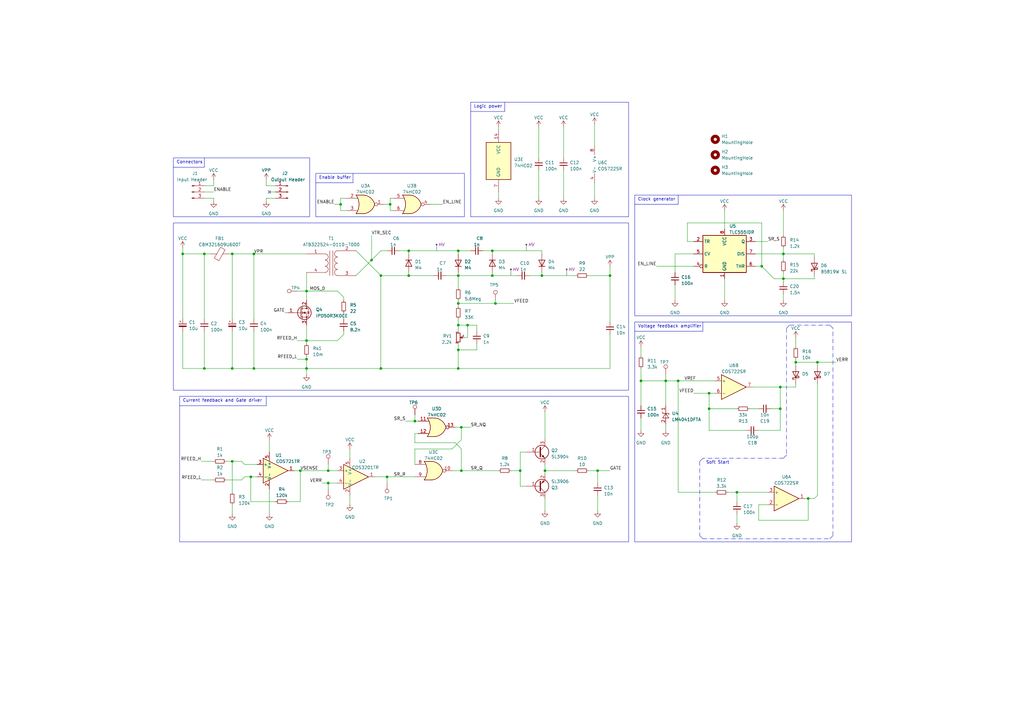
<source format=kicad_sch>
(kicad_sch (version 20230121) (generator eeschema)

  (uuid cbce1c9b-145a-4699-84cc-032e6740ebf0)

  (paper "A3")

  (title_block
    (title "170V Boost converter and controller")
    (rev "V1")
    (company "Alessandro Mauri")
  )

  

  (junction (at 134.62 198.12) (diameter 0) (color 0 0 0 0)
    (uuid 037bc7e2-60f8-4ad7-a79a-1ab5137811b4)
  )
  (junction (at 335.28 148.59) (diameter 0) (color 0 0 0 0)
    (uuid 05e7d7ef-d3ff-4c82-95b9-b7b1e2fd50e7)
  )
  (junction (at 222.25 113.03) (diameter 0) (color 0 0 0 0)
    (uuid 0aaa9dbb-41c4-4219-ae69-b112f6a86571)
  )
  (junction (at 321.31 114.3) (diameter 0) (color 0 0 0 0)
    (uuid 10585718-050b-4a64-9f3f-f980a51ababb)
  )
  (junction (at 187.96 124.46) (diameter 0) (color 0 0 0 0)
    (uuid 20649430-1e00-4e94-b285-1f369bfe7146)
  )
  (junction (at 83.82 151.13) (diameter 0) (color 0 0 0 0)
    (uuid 2181eb68-139d-495f-9818-9c3ef9ca9531)
  )
  (junction (at 104.14 151.13) (diameter 0) (color 0 0 0 0)
    (uuid 27f888b8-a6f7-4f8a-a863-c8aa21dddf3e)
  )
  (junction (at 187.96 143.51) (diameter 0) (color 0 0 0 0)
    (uuid 2e9cb789-cde9-4078-8927-8e4a92557746)
  )
  (junction (at 290.83 167.64) (diameter 0) (color 0 0 0 0)
    (uuid 35b7aeef-5d18-4d21-8433-d0d8ed5d7845)
  )
  (junction (at 201.93 113.03) (diameter 0) (color 0 0 0 0)
    (uuid 361a9328-8a96-4c03-b9f2-2500c1e13ad2)
  )
  (junction (at 102.87 195.58) (diameter 0) (color 0 0 0 0)
    (uuid 3c7252d8-e5c0-4d81-a767-3123adf75f81)
  )
  (junction (at 187.96 151.13) (diameter 0) (color 0 0 0 0)
    (uuid 3de06667-26d6-46a3-a9a7-fc3c8a39a876)
  )
  (junction (at 331.47 204.47) (diameter 0) (color 0 0 0 0)
    (uuid 3f433c90-6fc7-4eb6-8ee6-0083828d81e8)
  )
  (junction (at 123.19 193.04) (diameter 0) (color 0 0 0 0)
    (uuid 41b28f68-4cb2-4d88-ad48-124dc4e00531)
  )
  (junction (at 156.21 151.13) (diameter 0) (color 0 0 0 0)
    (uuid 446da3d9-efcb-45e5-b834-7f61beb212d6)
  )
  (junction (at 95.25 189.23) (diameter 0) (color 0 0 0 0)
    (uuid 48fd5879-d73a-4d58-a27d-e9ba564676d2)
  )
  (junction (at 245.11 193.04) (diameter 0) (color 0 0 0 0)
    (uuid 49c35e0a-6950-4b1c-9db0-92c4f39c8811)
  )
  (junction (at 191.77 133.35) (diameter 0) (color 0 0 0 0)
    (uuid 4b2ba0b4-7732-4a15-88f2-9a851e8ff6d0)
  )
  (junction (at 134.62 193.04) (diameter 0) (color 0 0 0 0)
    (uuid 4b7b5556-8f25-4d9d-a988-60a1365b03d9)
  )
  (junction (at 250.19 113.03) (diameter 0) (color 0 0 0 0)
    (uuid 4f7252f4-14df-464a-867f-bf7f4746796d)
  )
  (junction (at 320.04 158.75) (diameter 0) (color 0 0 0 0)
    (uuid 51394fd0-3264-4f25-aa12-ac5dd5051fc0)
  )
  (junction (at 167.64 102.87) (diameter 0) (color 0 0 0 0)
    (uuid 5d34ba1a-56cb-476f-94c8-31c261ad09a0)
  )
  (junction (at 213.36 193.04) (diameter 0) (color 0 0 0 0)
    (uuid 5d7c4d2a-3a2d-445f-b45f-16a90051a842)
  )
  (junction (at 167.64 113.03) (diameter 0) (color 0 0 0 0)
    (uuid 5f3d4238-30a3-4c77-87cc-0edd8d7530a0)
  )
  (junction (at 104.14 104.14) (diameter 0) (color 0 0 0 0)
    (uuid 63f041bd-9efb-4506-89d8-c45f072938e9)
  )
  (junction (at 187.96 102.87) (diameter 0) (color 0 0 0 0)
    (uuid 64b35b99-6ef3-4d08-96d4-c2f2f9452c24)
  )
  (junction (at 125.73 151.13) (diameter 0) (color 0 0 0 0)
    (uuid 7450e237-3542-484e-a401-90d6ed0cfa24)
  )
  (junction (at 95.25 104.14) (diameter 0) (color 0 0 0 0)
    (uuid 752c2214-81d8-4bd7-95fe-318e9cc56131)
  )
  (junction (at 152.4 106.68) (diameter 0) (color 0 0 0 0)
    (uuid 75f55b88-f0b7-49ad-a13a-06160ebfeaa6)
  )
  (junction (at 156.21 113.03) (diameter 0) (color 0 0 0 0)
    (uuid 8565dd7a-71ab-4a48-9a6f-17e035483375)
  )
  (junction (at 83.82 104.14) (diameter 0) (color 0 0 0 0)
    (uuid 87fe3f9a-74f6-4c69-8e3e-7cff88e3ec0e)
  )
  (junction (at 160.02 83.82) (diameter 0) (color 0 0 0 0)
    (uuid 8b828cb3-0a29-4b5b-a1fd-7a9aab2434a6)
  )
  (junction (at 187.96 113.03) (diameter 0) (color 0 0 0 0)
    (uuid 8cef1d04-c561-41b0-9641-11b43ed34667)
  )
  (junction (at 320.04 167.64) (diameter 0) (color 0 0 0 0)
    (uuid 91e3bdd1-4c5f-4246-8087-9adcf40ad407)
  )
  (junction (at 189.23 175.26) (diameter 0) (color 0 0 0 0)
    (uuid 9ed8efc2-717d-41b2-88b3-d727a352b300)
  )
  (junction (at 273.05 156.21) (diameter 0) (color 0 0 0 0)
    (uuid a2cda6aa-ce7d-4fe5-a219-ae329e5f739e)
  )
  (junction (at 189.23 193.04) (diameter 0) (color 0 0 0 0)
    (uuid a5fea039-c385-49b1-9abf-4f2c3ff4c849)
  )
  (junction (at 201.93 102.87) (diameter 0) (color 0 0 0 0)
    (uuid ab3fefa5-034a-46b3-a75e-028955529cdf)
  )
  (junction (at 326.39 148.59) (diameter 0) (color 0 0 0 0)
    (uuid bd8a268b-a041-4de5-8ad2-e02c212a9143)
  )
  (junction (at 125.73 147.32) (diameter 0) (color 0 0 0 0)
    (uuid bedd0b38-829e-4bea-8bb2-924df70f622a)
  )
  (junction (at 321.31 104.14) (diameter 0) (color 0 0 0 0)
    (uuid bf82d548-c56f-4790-a8ea-8aa48d0af590)
  )
  (junction (at 139.7 83.82) (diameter 0) (color 0 0 0 0)
    (uuid ca7741f4-451d-46b9-bbba-5814ea9781c8)
  )
  (junction (at 223.52 193.04) (diameter 0) (color 0 0 0 0)
    (uuid ca950303-0e30-4253-b242-d6c5e1b974e9)
  )
  (junction (at 74.93 104.14) (diameter 0) (color 0 0 0 0)
    (uuid d030cabf-a5ba-4963-adc7-858525385303)
  )
  (junction (at 95.25 151.13) (diameter 0) (color 0 0 0 0)
    (uuid d595b2ef-bccf-4d7c-bc72-d82087674376)
  )
  (junction (at 302.26 201.93) (diameter 0) (color 0 0 0 0)
    (uuid d8aa9260-8eb2-4b55-9e8b-711045d7fc4c)
  )
  (junction (at 262.89 156.21) (diameter 0) (color 0 0 0 0)
    (uuid db9fd39a-5cb4-4f72-84b4-cb9c1c251920)
  )
  (junction (at 290.83 161.29) (diameter 0) (color 0 0 0 0)
    (uuid dd891383-b55e-443d-b533-88569e3671ea)
  )
  (junction (at 158.75 195.58) (diameter 0) (color 0 0 0 0)
    (uuid e0b7f66a-38bf-4f60-8657-7d50d73b8c76)
  )
  (junction (at 187.96 133.35) (diameter 0) (color 0 0 0 0)
    (uuid e1617fd2-c844-49a0-b380-62ff52275dcd)
  )
  (junction (at 170.18 172.72) (diameter 0) (color 0 0 0 0)
    (uuid e1720c9b-aa74-443c-ac64-ffc36994908c)
  )
  (junction (at 278.13 156.21) (diameter 0) (color 0 0 0 0)
    (uuid e4c81687-4498-4523-ba06-5b9afcd96b0e)
  )
  (junction (at 125.73 119.38) (diameter 0) (color 0 0 0 0)
    (uuid e4f336fa-9732-4bba-9e89-8ca39e856c51)
  )
  (junction (at 125.73 139.7) (diameter 0) (color 0 0 0 0)
    (uuid e87291da-ee9b-4258-beae-2dd05c4ee409)
  )
  (junction (at 203.2 124.46) (diameter 0) (color 0 0 0 0)
    (uuid e9606684-adf5-4413-b59e-541063aae562)
  )
  (junction (at 312.42 109.22) (diameter 0) (color 0 0 0 0)
    (uuid ff71b40a-9674-48b2-b6bb-bf5857f8504d)
  )

  (no_connect (at 110.49 78.74) (uuid 78bbbfb7-ca68-41e2-b68d-166d6bed0f39))

  (wire (pts (xy 189.23 184.15) (xy 189.23 193.04))
    (stroke (width 0) (type default))
    (uuid 0116daf0-5ae0-487c-9bb4-b0f552da91cf)
  )
  (wire (pts (xy 92.71 189.23) (xy 95.25 189.23))
    (stroke (width 0) (type default))
    (uuid 029d30c4-19d2-49db-94b9-61b8a5c424bd)
  )
  (wire (pts (xy 139.7 83.82) (xy 139.7 86.36))
    (stroke (width 0) (type default))
    (uuid 04cd3a17-35ec-43fe-b624-e2a4d8f3b3e8)
  )
  (wire (pts (xy 74.93 104.14) (xy 74.93 130.81))
    (stroke (width 0) (type default))
    (uuid 0523a9a6-9760-4433-9490-9db5ea44377a)
  )
  (wire (pts (xy 309.88 109.22) (xy 312.42 109.22))
    (stroke (width 0) (type default))
    (uuid 0546260d-5e28-4b62-b2bd-4c05a80a9019)
  )
  (wire (pts (xy 140.97 137.16) (xy 138.43 139.7))
    (stroke (width 0) (type default))
    (uuid 059008a1-6aee-4c3f-b695-1e7a6c43459c)
  )
  (wire (pts (xy 273.05 156.21) (xy 273.05 166.37))
    (stroke (width 0) (type default))
    (uuid 06b88a68-cc3b-4266-a3d9-2ea372e7e58d)
  )
  (wire (pts (xy 191.77 133.35) (xy 191.77 138.43))
    (stroke (width 0) (type default))
    (uuid 07cce6de-5d8b-4fcd-9375-d7c8445ab389)
  )
  (wire (pts (xy 187.96 102.87) (xy 187.96 104.14))
    (stroke (width 0) (type default))
    (uuid 07d0c83b-d465-4260-af0d-9562fcc7ea54)
  )
  (wire (pts (xy 170.18 170.18) (xy 170.18 172.72))
    (stroke (width 0) (type default))
    (uuid 08dc4543-eb54-4d94-8839-915bd10a397c)
  )
  (polyline (pts (xy 287.02 219.71) (xy 288.29 220.98))
    (stroke (width 0) (type dash_dot))
    (uuid 0aa8aaea-51fc-4ac0-9c7b-15788f800b12)
  )

  (wire (pts (xy 170.18 184.15) (xy 185.42 184.15))
    (stroke (width 0) (type default))
    (uuid 0ad95cde-65e6-4e14-81a7-16780057154f)
  )
  (wire (pts (xy 132.08 198.12) (xy 134.62 198.12))
    (stroke (width 0) (type default))
    (uuid 0c3f23cb-6f7e-4585-af67-e252b7c1627d)
  )
  (wire (pts (xy 92.71 196.85) (xy 99.06 196.85))
    (stroke (width 0) (type default))
    (uuid 0cb45fac-a2c4-4b4f-9d9b-58849e00dbc9)
  )
  (wire (pts (xy 326.39 147.32) (xy 326.39 148.59))
    (stroke (width 0) (type default))
    (uuid 0d6a0d43-0047-4710-ba15-8d907f290897)
  )
  (wire (pts (xy 290.83 176.53) (xy 306.07 176.53))
    (stroke (width 0) (type default))
    (uuid 0ded2909-bf29-4026-857e-ea158000a96a)
  )
  (wire (pts (xy 125.73 146.05) (xy 125.73 147.32))
    (stroke (width 0) (type default))
    (uuid 0fe09758-33d1-4565-86f5-616694ebfcb3)
  )
  (polyline (pts (xy 340.36 220.98) (xy 341.63 219.71))
    (stroke (width 0) (type dash_dot))
    (uuid 10c592a9-c317-4ffd-a369-e15b603c2f8d)
  )

  (wire (pts (xy 241.3 113.03) (xy 250.19 113.03))
    (stroke (width 0) (type default))
    (uuid 11134033-96bb-4b28-8df1-9c7ec1f76c7b)
  )
  (wire (pts (xy 156.21 113.03) (xy 167.64 113.03))
    (stroke (width 0) (type default))
    (uuid 114b4a40-17c1-42a3-b10e-c3e42d50915f)
  )
  (wire (pts (xy 93.98 104.14) (xy 95.25 104.14))
    (stroke (width 0) (type default))
    (uuid 11618ab3-0776-422e-8e53-a082be85b8bd)
  )
  (wire (pts (xy 185.42 193.04) (xy 189.23 193.04))
    (stroke (width 0) (type default))
    (uuid 11978129-f97f-4579-92fc-6ecae7caeb0d)
  )
  (wire (pts (xy 134.62 198.12) (xy 138.43 198.12))
    (stroke (width 0) (type default))
    (uuid 11f4312a-b18f-43a6-b47f-197e2a5921f3)
  )
  (wire (pts (xy 167.64 113.03) (xy 177.8 113.03))
    (stroke (width 0) (type default))
    (uuid 1236f8bc-1321-44da-988f-3eb1e9fd1d8e)
  )
  (wire (pts (xy 187.96 143.51) (xy 195.58 143.51))
    (stroke (width 0) (type default))
    (uuid 12bc9f8b-44dd-4e02-993e-e38727921858)
  )
  (wire (pts (xy 110.49 78.74) (xy 113.03 78.74))
    (stroke (width 0) (type default))
    (uuid 13a5eaea-0762-40ef-b42d-213d4fb67283)
  )
  (wire (pts (xy 187.96 140.97) (xy 187.96 143.51))
    (stroke (width 0) (type default))
    (uuid 13f75b46-4163-47ad-a90e-f3f148a64483)
  )
  (wire (pts (xy 125.73 119.38) (xy 125.73 123.19))
    (stroke (width 0) (type default))
    (uuid 148cc764-d17c-4b63-834d-ab40c327dd8e)
  )
  (wire (pts (xy 125.73 151.13) (xy 125.73 153.67))
    (stroke (width 0) (type default))
    (uuid 1653827a-1132-42b1-be9f-0482b3fe7541)
  )
  (wire (pts (xy 140.97 121.92) (xy 138.43 119.38))
    (stroke (width 0) (type default))
    (uuid 16f878cd-68b5-45fd-9e23-aa697ad549e0)
  )
  (wire (pts (xy 157.48 83.82) (xy 160.02 83.82))
    (stroke (width 0) (type default))
    (uuid 17bbb85c-4d62-419e-8587-5184a2eacb3e)
  )
  (wire (pts (xy 95.25 207.01) (xy 95.25 210.82))
    (stroke (width 0) (type default))
    (uuid 180881a4-44c6-4792-b00a-8cc125de0b2e)
  )
  (wire (pts (xy 331.47 204.47) (xy 334.01 204.47))
    (stroke (width 0) (type default))
    (uuid 18dcd814-b713-4907-91fe-6075d789d0bb)
  )
  (wire (pts (xy 187.96 124.46) (xy 187.96 125.73))
    (stroke (width 0) (type default))
    (uuid 1b1c2b6a-c614-44f1-9c1c-7566901bcbf2)
  )
  (polyline (pts (xy 323.85 133.35) (xy 322.58 134.62))
    (stroke (width 0) (type dash_dot))
    (uuid 1b4f8558-ffed-4834-aabc-6128bc1ff631)
  )

  (wire (pts (xy 189.23 175.26) (xy 189.23 180.34))
    (stroke (width 0) (type default))
    (uuid 1b5dfe4c-25dd-477f-8bb8-3b572a928085)
  )
  (wire (pts (xy 146.05 102.87) (xy 156.21 113.03))
    (stroke (width 0) (type default))
    (uuid 1d7c7f4e-5486-4a19-b25a-70bb36be51e3)
  )
  (polyline (pts (xy 322.58 134.62) (xy 322.58 186.69))
    (stroke (width 0) (type dash_dot))
    (uuid 1dac0dd4-cc3f-47c3-bfc4-dcaaf515b961)
  )
  (polyline (pts (xy 341.63 219.71) (xy 341.63 134.62))
    (stroke (width 0) (type dash_dot))
    (uuid 1fc58c0d-8b7e-408c-b537-38ba98dc34e8)
  )
  (polyline (pts (xy 73.66 166.37) (xy 109.22 166.37))
    (stroke (width 0) (type default))
    (uuid 22a94817-e476-47d8-b824-12ffffd61574)
  )

  (wire (pts (xy 95.25 189.23) (xy 95.25 201.93))
    (stroke (width 0) (type default))
    (uuid 240258d7-8ff0-4b91-b80f-0177e8175b25)
  )
  (wire (pts (xy 123.19 193.04) (xy 134.62 193.04))
    (stroke (width 0) (type default))
    (uuid 24b1edf6-75ff-4d48-8225-050183435429)
  )
  (wire (pts (xy 186.69 175.26) (xy 189.23 175.26))
    (stroke (width 0) (type default))
    (uuid 24d0f39a-f271-4e1c-82ee-c64fa35041d9)
  )
  (wire (pts (xy 187.96 113.03) (xy 201.93 113.03))
    (stroke (width 0) (type default))
    (uuid 259fb412-9472-49e6-9659-158a12bdf00c)
  )
  (wire (pts (xy 156.21 151.13) (xy 187.96 151.13))
    (stroke (width 0) (type default))
    (uuid 2aacb643-24ba-4ea8-98fd-db3afc18239a)
  )
  (wire (pts (xy 109.22 81.28) (xy 113.03 81.28))
    (stroke (width 0) (type default))
    (uuid 2b5bd6e1-8549-4af2-8aae-90de48e3e8b0)
  )
  (wire (pts (xy 190.5 138.43) (xy 191.77 138.43))
    (stroke (width 0) (type default))
    (uuid 2b85d2a6-08a7-450b-9b0b-62556a4db3e1)
  )
  (wire (pts (xy 83.82 104.14) (xy 86.36 104.14))
    (stroke (width 0) (type default))
    (uuid 2c8cf957-4f74-43bb-8183-63c127ac34a2)
  )
  (wire (pts (xy 125.73 139.7) (xy 138.43 139.7))
    (stroke (width 0) (type default))
    (uuid 2d58286d-582b-49c1-8a2f-f15e748d074b)
  )
  (wire (pts (xy 243.84 50.8) (xy 243.84 59.69))
    (stroke (width 0) (type default))
    (uuid 2dec5d8b-a214-4b57-8337-261a4a0e2bcb)
  )
  (wire (pts (xy 320.04 158.75) (xy 326.39 158.75))
    (stroke (width 0) (type default))
    (uuid 2f3e1ba0-6426-404e-a702-36b79b2e4cfd)
  )
  (wire (pts (xy 95.25 104.14) (xy 95.25 130.81))
    (stroke (width 0) (type default))
    (uuid 317de16a-fbfa-48f1-86e3-11801cd44095)
  )
  (wire (pts (xy 102.87 195.58) (xy 102.87 205.74))
    (stroke (width 0) (type default))
    (uuid 32b2e9eb-dc25-4f96-ba9e-144ea9e71ba9)
  )
  (wire (pts (xy 102.87 205.74) (xy 113.03 205.74))
    (stroke (width 0) (type default))
    (uuid 35426e01-d3d4-4f94-aa27-6dfb3d8ee661)
  )
  (wire (pts (xy 83.82 151.13) (xy 95.25 151.13))
    (stroke (width 0) (type default))
    (uuid 36b59985-bd32-4696-acc2-3fdfcec0b6a0)
  )
  (wire (pts (xy 104.14 104.14) (xy 104.14 130.81))
    (stroke (width 0) (type default))
    (uuid 36f209b2-f25c-4850-8cf0-0a3108451c17)
  )
  (wire (pts (xy 74.93 101.6) (xy 74.93 104.14))
    (stroke (width 0) (type default))
    (uuid 370d0da6-7c7c-4cc8-9c89-1ec4079e1945)
  )
  (wire (pts (xy 152.4 96.52) (xy 152.4 106.68))
    (stroke (width 0) (type default))
    (uuid 38c75e5c-d0b3-411a-96c4-097dd7ae1f59)
  )
  (wire (pts (xy 74.93 135.89) (xy 74.93 151.13))
    (stroke (width 0) (type default))
    (uuid 38fc6213-775e-4097-b70f-fb43e1c2eb70)
  )
  (wire (pts (xy 95.25 151.13) (xy 104.14 151.13))
    (stroke (width 0) (type default))
    (uuid 39d96483-185a-4ac9-8ee6-211ef0558c0b)
  )
  (wire (pts (xy 87.63 81.28) (xy 87.63 82.55))
    (stroke (width 0) (type default))
    (uuid 3aec9869-d135-4a45-895c-8c361cbcc68e)
  )
  (wire (pts (xy 95.25 104.14) (xy 104.14 104.14))
    (stroke (width 0) (type default))
    (uuid 3ba0907d-5215-40b6-9c7f-feb2c78d2956)
  )
  (wire (pts (xy 167.64 102.87) (xy 187.96 102.87))
    (stroke (width 0) (type default))
    (uuid 3c1c91a2-9b3d-4dd9-8f40-431bfef7c171)
  )
  (wire (pts (xy 187.96 133.35) (xy 187.96 135.89))
    (stroke (width 0) (type default))
    (uuid 3c6a54c5-e45f-4dce-ba58-12a5e36ec899)
  )
  (wire (pts (xy 217.17 113.03) (xy 222.25 113.03))
    (stroke (width 0) (type default))
    (uuid 3ce797c6-6d59-40ed-90c2-b0cdc7843150)
  )
  (wire (pts (xy 302.26 201.93) (xy 302.26 205.74))
    (stroke (width 0) (type default))
    (uuid 3e801497-4719-481c-ade8-06f4a4f756c8)
  )
  (wire (pts (xy 321.31 114.3) (xy 334.01 114.3))
    (stroke (width 0) (type default))
    (uuid 3e9d3980-df58-48c3-898e-18189365574c)
  )
  (wire (pts (xy 125.73 111.76) (xy 125.73 119.38))
    (stroke (width 0) (type default))
    (uuid 3f6b02a8-c747-4473-b23c-374fc846daec)
  )
  (polyline (pts (xy 71.12 68.58) (xy 83.82 68.58))
    (stroke (width 0) (type default))
    (uuid 41062b12-b46b-4955-b9eb-f048e2454191)
  )

  (wire (pts (xy 326.39 158.75) (xy 326.39 157.48))
    (stroke (width 0) (type default))
    (uuid 412dc3ad-a65c-4b21-b4ee-aee881d4b377)
  )
  (wire (pts (xy 231.14 69.85) (xy 231.14 81.28))
    (stroke (width 0) (type default))
    (uuid 424845c2-c144-486f-944b-d11958b06609)
  )
  (wire (pts (xy 143.51 203.2) (xy 143.51 207.01))
    (stroke (width 0) (type default))
    (uuid 428d6fba-79f3-4e01-a6e2-bd65e798cb4d)
  )
  (wire (pts (xy 195.58 133.35) (xy 195.58 135.89))
    (stroke (width 0) (type default))
    (uuid 437084c6-869b-405f-be58-f7d4ad1d5ed5)
  )
  (wire (pts (xy 222.25 113.03) (xy 236.22 113.03))
    (stroke (width 0) (type default))
    (uuid 4594d987-cb70-4ced-aa6e-3c4cc651b100)
  )
  (wire (pts (xy 320.04 158.75) (xy 320.04 167.64))
    (stroke (width 0) (type default))
    (uuid 460597f8-0978-46d5-91fa-96d82ad4d837)
  )
  (wire (pts (xy 278.13 156.21) (xy 278.13 201.93))
    (stroke (width 0) (type default))
    (uuid 4655cf7f-3543-4ed1-8345-4d42bad3325e)
  )
  (wire (pts (xy 284.48 161.29) (xy 290.83 161.29))
    (stroke (width 0) (type default))
    (uuid 47117b89-1713-4a28-9781-2169736b56e6)
  )
  (wire (pts (xy 281.94 91.44) (xy 281.94 99.06))
    (stroke (width 0) (type default))
    (uuid 47bf9120-edca-4953-b776-2032447e4f4f)
  )
  (wire (pts (xy 116.84 128.27) (xy 118.11 128.27))
    (stroke (width 0) (type default))
    (uuid 48b9c60d-cd8f-4240-9351-9da8da86d867)
  )
  (wire (pts (xy 160.02 81.28) (xy 160.02 83.82))
    (stroke (width 0) (type default))
    (uuid 48e26f6a-88a5-4705-ad6e-ef19cca093b7)
  )
  (polyline (pts (xy 322.58 186.69) (xy 321.31 187.96))
    (stroke (width 0) (type dash_dot))
    (uuid 49762f6f-d9a8-4346-b1a6-62bcee5ff5da)
  )

  (wire (pts (xy 262.89 156.21) (xy 262.89 166.37))
    (stroke (width 0) (type default))
    (uuid 4a078500-bb9a-45dd-ab74-840667a2630d)
  )
  (wire (pts (xy 99.06 196.85) (xy 100.33 195.58))
    (stroke (width 0) (type default))
    (uuid 4e362d86-ebd8-44f2-a941-ee81112a437e)
  )
  (polyline (pts (xy 144.78 71.12) (xy 144.78 74.93))
    (stroke (width 0) (type default))
    (uuid 4ee23ccf-d840-461b-982d-68ca31279093)
  )

  (wire (pts (xy 167.64 102.87) (xy 167.64 104.14))
    (stroke (width 0) (type default))
    (uuid 4ee770bc-7312-4f18-aa2f-8da8bb3b3587)
  )
  (wire (pts (xy 220.98 52.07) (xy 220.98 64.77))
    (stroke (width 0) (type default))
    (uuid 4efc5cfd-f9b7-433c-8c85-58342a0e6e1c)
  )
  (wire (pts (xy 309.88 104.14) (xy 321.31 104.14))
    (stroke (width 0) (type default))
    (uuid 4f0492aa-d354-4a2f-957a-b0c16661933b)
  )
  (polyline (pts (xy 109.22 162.56) (xy 109.22 166.37))
    (stroke (width 0) (type default))
    (uuid 4f4aa186-90c6-4f6c-8f26-badd20d091a9)
  )

  (wire (pts (xy 121.92 139.7) (xy 125.73 139.7))
    (stroke (width 0) (type default))
    (uuid 50b82c17-e83d-4419-b7ef-7a9b9aa3fdd3)
  )
  (wire (pts (xy 204.47 52.07) (xy 204.47 53.34))
    (stroke (width 0) (type default))
    (uuid 50cd578b-2036-4880-b613-af1075a8cde1)
  )
  (wire (pts (xy 120.65 193.04) (xy 123.19 193.04))
    (stroke (width 0) (type default))
    (uuid 5151bba6-b64a-4612-8af3-3310311fc467)
  )
  (wire (pts (xy 317.5 114.3) (xy 321.31 114.3))
    (stroke (width 0) (type default))
    (uuid 5266b4eb-34e6-4cf9-bb39-b0a6727956ee)
  )
  (wire (pts (xy 278.13 156.21) (xy 293.37 156.21))
    (stroke (width 0) (type default))
    (uuid 5375a4da-8b77-499f-b340-cbcb72768492)
  )
  (wire (pts (xy 187.96 130.81) (xy 187.96 133.35))
    (stroke (width 0) (type default))
    (uuid 55030f98-e02c-4d39-bf63-7c5760d0a68b)
  )
  (wire (pts (xy 222.25 111.76) (xy 222.25 113.03))
    (stroke (width 0) (type default))
    (uuid 55413978-7918-46e9-b3ea-fe6f8594e830)
  )
  (wire (pts (xy 262.89 142.24) (xy 262.89 146.05))
    (stroke (width 0) (type default))
    (uuid 55df151d-23b1-4146-a716-ac53d415bc0f)
  )
  (wire (pts (xy 139.7 81.28) (xy 139.7 83.82))
    (stroke (width 0) (type default))
    (uuid 568defdf-2232-4be5-afc8-cf5e5b42c6ab)
  )
  (wire (pts (xy 187.96 102.87) (xy 193.04 102.87))
    (stroke (width 0) (type default))
    (uuid 57991b58-72b3-4eb2-bbf5-2466f4875c01)
  )
  (wire (pts (xy 278.13 201.93) (xy 293.37 201.93))
    (stroke (width 0) (type default))
    (uuid 57a25f6f-6c8f-4e50-b7ff-4ef20ca11ec5)
  )
  (polyline (pts (xy 83.82 64.77) (xy 83.82 68.58))
    (stroke (width 0) (type default))
    (uuid 57b11b2e-f075-4afd-92af-d4263ef019b0)
  )

  (wire (pts (xy 125.73 119.38) (xy 138.43 119.38))
    (stroke (width 0) (type default))
    (uuid 5880a721-586a-4e82-a14e-cc7751e6ad60)
  )
  (wire (pts (xy 321.31 101.6) (xy 321.31 104.14))
    (stroke (width 0) (type default))
    (uuid 591600ea-a007-4d6b-b115-08a50c84d794)
  )
  (polyline (pts (xy 260.35 83.82) (xy 278.13 83.82))
    (stroke (width 0) (type default))
    (uuid 5a035c1a-d949-4076-8323-d60668843d95)
  )

  (wire (pts (xy 82.55 189.23) (xy 87.63 189.23))
    (stroke (width 0) (type default))
    (uuid 5c4f449d-a203-4cde-a34c-92146cfb0ea8)
  )
  (wire (pts (xy 134.62 198.12) (xy 134.62 200.66))
    (stroke (width 0) (type default))
    (uuid 5d7abf0a-f885-45f7-9bfd-4d16c20f2c36)
  )
  (wire (pts (xy 121.92 147.32) (xy 125.73 147.32))
    (stroke (width 0) (type default))
    (uuid 608a5d5c-655c-49e0-be80-43a96642975b)
  )
  (wire (pts (xy 95.25 135.89) (xy 95.25 151.13))
    (stroke (width 0) (type default))
    (uuid 60fa5496-94d3-45ba-9107-7a8062464098)
  )
  (wire (pts (xy 222.25 102.87) (xy 222.25 104.14))
    (stroke (width 0) (type default))
    (uuid 6121b43d-bae3-4628-bc94-663c45d194e3)
  )
  (wire (pts (xy 82.55 196.85) (xy 87.63 196.85))
    (stroke (width 0) (type default))
    (uuid 61ae674b-df63-4062-a6c0-bd0872701c30)
  )
  (wire (pts (xy 273.05 153.67) (xy 273.05 156.21))
    (stroke (width 0) (type default))
    (uuid 62ea33ce-366b-4c6e-95b3-2236f71351d5)
  )
  (wire (pts (xy 321.31 104.14) (xy 321.31 106.68))
    (stroke (width 0) (type default))
    (uuid 655f1ba9-e3dc-4553-b6b8-4048c387926d)
  )
  (wire (pts (xy 223.52 190.5) (xy 223.52 193.04))
    (stroke (width 0) (type default))
    (uuid 656efe0e-aae8-4694-9dcf-fb25c0a10b7b)
  )
  (wire (pts (xy 201.93 111.76) (xy 201.93 113.03))
    (stroke (width 0) (type default))
    (uuid 662fb48d-9f3a-4f82-8a77-65bf63091b9a)
  )
  (wire (pts (xy 311.15 207.01) (xy 311.15 213.36))
    (stroke (width 0) (type default))
    (uuid 6a8fbae5-365a-4416-871a-74d01b4d246a)
  )
  (wire (pts (xy 201.93 113.03) (xy 212.09 113.03))
    (stroke (width 0) (type default))
    (uuid 6b38e574-e036-4df1-808b-4e4e90a45dbe)
  )
  (wire (pts (xy 213.36 185.42) (xy 215.9 185.42))
    (stroke (width 0) (type default))
    (uuid 6b537cea-10d5-441f-9bad-8aab7a184d6b)
  )
  (wire (pts (xy 143.51 184.15) (xy 143.51 187.96))
    (stroke (width 0) (type default))
    (uuid 6b6251aa-8087-407d-80f6-fb9fcdae1f81)
  )
  (wire (pts (xy 161.29 81.28) (xy 160.02 81.28))
    (stroke (width 0) (type default))
    (uuid 6c725bcc-f7dc-447d-becf-d4e430f9bcdc)
  )
  (wire (pts (xy 320.04 176.53) (xy 320.04 167.64))
    (stroke (width 0) (type default))
    (uuid 70d999ed-ec10-47e2-9db2-eb3c39553d7f)
  )
  (wire (pts (xy 321.31 86.36) (xy 321.31 96.52))
    (stroke (width 0) (type default))
    (uuid 7353ebd9-f067-4aaf-bf5c-f7a19f4979b1)
  )
  (wire (pts (xy 312.42 109.22) (xy 317.5 114.3))
    (stroke (width 0) (type default))
    (uuid 76d93c65-f65c-467f-a209-f9718549da14)
  )
  (polyline (pts (xy 341.63 134.62) (xy 340.36 133.35))
    (stroke (width 0) (type dash_dot))
    (uuid 77a200de-859f-486f-a01f-808861bb8c98)
  )

  (wire (pts (xy 134.62 193.04) (xy 138.43 193.04))
    (stroke (width 0) (type default))
    (uuid 794dd129-c36d-4f3b-a026-dc0532d8275c)
  )
  (wire (pts (xy 187.96 151.13) (xy 250.19 151.13))
    (stroke (width 0) (type default))
    (uuid 79b06e89-8c2c-41d7-be50-e4f80fc868c9)
  )
  (wire (pts (xy 74.93 151.13) (xy 83.82 151.13))
    (stroke (width 0) (type default))
    (uuid 7a3f6ed0-51cf-4a50-a7f2-ba7016149cf1)
  )
  (wire (pts (xy 297.18 86.36) (xy 297.18 93.98))
    (stroke (width 0) (type default))
    (uuid 7aa64d97-9325-4867-9021-4aa1cef5c146)
  )
  (wire (pts (xy 198.12 102.87) (xy 201.93 102.87))
    (stroke (width 0) (type default))
    (uuid 7ba3fc87-37df-47f5-be9e-331094b0e555)
  )
  (wire (pts (xy 160.02 86.36) (xy 161.29 86.36))
    (stroke (width 0) (type default))
    (uuid 7be9afe0-e7c7-4cde-a701-f3515e865f87)
  )
  (wire (pts (xy 330.2 204.47) (xy 331.47 204.47))
    (stroke (width 0) (type default))
    (uuid 7c819137-f2d0-44a8-b3c4-c93ee21c2b4c)
  )
  (wire (pts (xy 334.01 104.14) (xy 334.01 105.41))
    (stroke (width 0) (type default))
    (uuid 7c86ebd4-ee79-4b7c-aa7f-3240e97691d7)
  )
  (wire (pts (xy 182.88 113.03) (xy 187.96 113.03))
    (stroke (width 0) (type default))
    (uuid 7e4e3a82-f188-47a4-9c4d-a0dedfac9a78)
  )
  (wire (pts (xy 326.39 138.43) (xy 326.39 142.24))
    (stroke (width 0) (type default))
    (uuid 7fb6ed98-2d46-454a-a868-efe4d1d36c9d)
  )
  (wire (pts (xy 100.33 190.5) (xy 105.41 190.5))
    (stroke (width 0) (type default))
    (uuid 7fdeeab5-4df9-4449-89e3-204426839230)
  )
  (wire (pts (xy 158.75 195.58) (xy 158.75 198.12))
    (stroke (width 0) (type default))
    (uuid 807c60e5-8817-4583-a1f3-029d37a147f1)
  )
  (wire (pts (xy 87.63 73.66) (xy 87.63 76.2))
    (stroke (width 0) (type default))
    (uuid 82096a7c-a616-4e5d-a56b-f3c8a9e99c2e)
  )
  (wire (pts (xy 326.39 148.59) (xy 326.39 149.86))
    (stroke (width 0) (type default))
    (uuid 82369518-29a4-425a-b19b-e2fccde0b9bc)
  )
  (wire (pts (xy 110.49 200.66) (xy 110.49 210.82))
    (stroke (width 0) (type default))
    (uuid 83ac3fa6-f487-4cfd-ac26-e260e8561a8f)
  )
  (wire (pts (xy 187.96 111.76) (xy 187.96 113.03))
    (stroke (width 0) (type default))
    (uuid 84166364-529d-464b-b84b-3c6db2df2b98)
  )
  (wire (pts (xy 262.89 151.13) (xy 262.89 156.21))
    (stroke (width 0) (type default))
    (uuid 8454cb43-4e06-4c44-a34d-09885e20a869)
  )
  (wire (pts (xy 311.15 213.36) (xy 331.47 213.36))
    (stroke (width 0) (type default))
    (uuid 84f19c2e-acd2-4298-bd7d-3b4ad9ac2536)
  )
  (wire (pts (xy 74.93 104.14) (xy 83.82 104.14))
    (stroke (width 0) (type default))
    (uuid 85d20927-3059-40fb-8b91-afa1fd50fb47)
  )
  (wire (pts (xy 187.96 143.51) (xy 187.96 151.13))
    (stroke (width 0) (type default))
    (uuid 86de7966-3d9d-41ee-9e71-1f73b38cb5fb)
  )
  (wire (pts (xy 204.47 78.74) (xy 204.47 81.28))
    (stroke (width 0) (type default))
    (uuid 88608f3d-f759-4746-b90f-bbe9bde7ae36)
  )
  (wire (pts (xy 290.83 167.64) (xy 302.26 167.64))
    (stroke (width 0) (type default))
    (uuid 891c50b1-af13-41bd-8406-7af164d8a6ee)
  )
  (wire (pts (xy 125.73 151.13) (xy 156.21 151.13))
    (stroke (width 0) (type default))
    (uuid 8a2844dc-d439-48ff-801c-cae4975734e1)
  )
  (wire (pts (xy 176.53 83.82) (xy 181.61 83.82))
    (stroke (width 0) (type default))
    (uuid 8c3f882a-511d-45d3-a2ee-2dbf4c1f1ad3)
  )
  (wire (pts (xy 276.86 104.14) (xy 284.48 104.14))
    (stroke (width 0) (type default))
    (uuid 8cbfa957-862e-48a1-b82e-3c4163ea1f6c)
  )
  (wire (pts (xy 223.52 193.04) (xy 236.22 193.04))
    (stroke (width 0) (type default))
    (uuid 8ce4890c-98ad-4f5a-848c-271ac1e707a2)
  )
  (wire (pts (xy 104.14 135.89) (xy 104.14 151.13))
    (stroke (width 0) (type default))
    (uuid 8d9aca6d-44d8-48fd-bb19-633f3faae9a0)
  )
  (wire (pts (xy 209.55 193.04) (xy 213.36 193.04))
    (stroke (width 0) (type default))
    (uuid 8e18a61f-2640-451a-9751-e1ba7cd4b848)
  )
  (wire (pts (xy 302.26 210.82) (xy 302.26 214.63))
    (stroke (width 0) (type default))
    (uuid 8e8eb6f6-6dd9-44fb-a908-707a86ce2a45)
  )
  (wire (pts (xy 250.19 113.03) (xy 250.19 132.08))
    (stroke (width 0) (type default))
    (uuid 8eebb118-5811-4bd9-bf74-6432c1126b0f)
  )
  (wire (pts (xy 308.61 158.75) (xy 320.04 158.75))
    (stroke (width 0) (type default))
    (uuid 8eff4edd-bf72-4e1e-b3d5-a43254d94cf8)
  )
  (wire (pts (xy 109.22 81.28) (xy 109.22 82.55))
    (stroke (width 0) (type default))
    (uuid 8f3503d3-b43a-4ad0-afbc-4dcc49ceb7a4)
  )
  (wire (pts (xy 269.24 109.22) (xy 284.48 109.22))
    (stroke (width 0) (type default))
    (uuid 8f7c944e-4ddd-4152-9c34-efdbed485f5c)
  )
  (wire (pts (xy 326.39 148.59) (xy 335.28 148.59))
    (stroke (width 0) (type default))
    (uuid 904d9f1b-b210-47cd-8f69-f96637537715)
  )
  (wire (pts (xy 109.22 73.66) (xy 109.22 76.2))
    (stroke (width 0) (type default))
    (uuid 91b4f5a0-d198-47d5-8083-09b76efc29aa)
  )
  (wire (pts (xy 302.26 201.93) (xy 314.96 201.93))
    (stroke (width 0) (type default))
    (uuid 93a116d7-c7b0-491d-953e-c6ef1f5b2f5e)
  )
  (wire (pts (xy 321.31 120.65) (xy 321.31 123.19))
    (stroke (width 0) (type default))
    (uuid 956e40d3-ab85-41f9-a52c-05c09848433f)
  )
  (wire (pts (xy 298.45 201.93) (xy 302.26 201.93))
    (stroke (width 0) (type default))
    (uuid 960f2056-974c-4211-b52f-a70422d603a6)
  )
  (wire (pts (xy 125.73 133.35) (xy 125.73 139.7))
    (stroke (width 0) (type default))
    (uuid 96d2eb72-ddfe-4a8b-a73f-ced9782e0373)
  )
  (wire (pts (xy 121.92 119.38) (xy 125.73 119.38))
    (stroke (width 0) (type default))
    (uuid 97718e05-e435-49da-9c22-942187cb8945)
  )
  (wire (pts (xy 311.15 176.53) (xy 320.04 176.53))
    (stroke (width 0) (type default))
    (uuid 98d376d6-cb93-47ad-96fc-c045a0837405)
  )
  (wire (pts (xy 297.18 114.3) (xy 297.18 123.19))
    (stroke (width 0) (type default))
    (uuid 99ac82c2-316d-44f6-b039-13725946e5d4)
  )
  (wire (pts (xy 118.11 205.74) (xy 123.19 205.74))
    (stroke (width 0) (type default))
    (uuid 9c146bbf-bec0-4840-9460-7d7738ff1751)
  )
  (wire (pts (xy 187.96 113.03) (xy 187.96 118.11))
    (stroke (width 0) (type default))
    (uuid 9fb26078-0471-4fce-a1fc-60a88973f16a)
  )
  (wire (pts (xy 223.52 168.91) (xy 223.52 180.34))
    (stroke (width 0) (type default))
    (uuid a4989d8e-5b08-486a-b137-ade0a598e5eb)
  )
  (wire (pts (xy 83.82 104.14) (xy 83.82 130.81))
    (stroke (width 0) (type default))
    (uuid a4d24d05-9c50-49f7-8e80-e77b081d75c9)
  )
  (wire (pts (xy 203.2 124.46) (xy 210.82 124.46))
    (stroke (width 0) (type default))
    (uuid a56b6b71-3bd2-4527-b434-d70fa521b50d)
  )
  (wire (pts (xy 170.18 184.15) (xy 170.18 190.5))
    (stroke (width 0) (type default))
    (uuid a955446a-b583-4dca-8c82-5909788e9049)
  )
  (wire (pts (xy 335.28 203.2) (xy 334.01 204.47))
    (stroke (width 0) (type default))
    (uuid a9b8c486-d1d6-4827-b7a4-2e7d5cac5abf)
  )
  (wire (pts (xy 276.86 116.84) (xy 276.86 123.19))
    (stroke (width 0) (type default))
    (uuid aae722f3-28c2-4789-8374-d46f8648abe4)
  )
  (wire (pts (xy 167.64 111.76) (xy 167.64 113.03))
    (stroke (width 0) (type default))
    (uuid ad55d248-a1a5-4d44-936b-7f9ac8162f80)
  )
  (wire (pts (xy 335.28 157.48) (xy 335.28 203.2))
    (stroke (width 0) (type default))
    (uuid ae3ccf0c-2e35-4324-b060-e55bd48f5d5e)
  )
  (wire (pts (xy 316.23 167.64) (xy 320.04 167.64))
    (stroke (width 0) (type default))
    (uuid af40ce15-9533-48bf-b21a-c7ef944b3d3c)
  )
  (wire (pts (xy 262.89 171.45) (xy 262.89 176.53))
    (stroke (width 0) (type default))
    (uuid b03a0086-2d71-40b4-883f-30b7ce79b766)
  )
  (wire (pts (xy 140.97 121.92) (xy 140.97 123.19))
    (stroke (width 0) (type default))
    (uuid b076ad0e-35f3-4e5e-9fe7-2a948d19aa62)
  )
  (polyline (pts (xy 287.02 189.23) (xy 287.02 219.71))
    (stroke (width 0) (type dash_dot))
    (uuid b0987e6f-35e4-42a1-b30f-baa6ac448f59)
  )

  (wire (pts (xy 290.83 161.29) (xy 293.37 161.29))
    (stroke (width 0) (type default))
    (uuid b0e4d692-b241-48eb-80ef-8b21075893fd)
  )
  (wire (pts (xy 189.23 180.34) (xy 185.42 184.15))
    (stroke (width 0) (type default))
    (uuid b1abee25-4c36-4e8a-b3c1-9add8be79421)
  )
  (polyline (pts (xy 193.04 45.72) (xy 207.01 45.72))
    (stroke (width 0) (type default))
    (uuid b1b3a974-aaaf-43fd-8bcf-15bd175141c0)
  )

  (wire (pts (xy 125.73 139.7) (xy 125.73 140.97))
    (stroke (width 0) (type default))
    (uuid b2918ebf-bde9-489a-8ecb-5663534790a1)
  )
  (wire (pts (xy 95.25 189.23) (xy 99.06 189.23))
    (stroke (width 0) (type default))
    (uuid b37fff30-11ca-4809-927f-c136323ff1b9)
  )
  (wire (pts (xy 290.83 176.53) (xy 290.83 167.64))
    (stroke (width 0) (type default))
    (uuid b41c23d5-0fee-4b46-aee9-b5ca7c1ad555)
  )
  (wire (pts (xy 312.42 91.44) (xy 312.42 109.22))
    (stroke (width 0) (type default))
    (uuid b51c4892-2cd4-4362-992a-3dffa055bf92)
  )
  (wire (pts (xy 321.31 104.14) (xy 334.01 104.14))
    (stroke (width 0) (type default))
    (uuid b53f6f92-cc6a-4b86-9a1a-cfadde1411e9)
  )
  (wire (pts (xy 83.82 78.74) (xy 87.63 78.74))
    (stroke (width 0) (type default))
    (uuid b57dcc02-8a7b-4061-ac94-a6744b6f4400)
  )
  (wire (pts (xy 170.18 177.8) (xy 170.18 181.61))
    (stroke (width 0) (type default))
    (uuid b5acaa5b-75f9-4558-9be8-d20a4b0015c9)
  )
  (wire (pts (xy 170.18 172.72) (xy 171.45 172.72))
    (stroke (width 0) (type default))
    (uuid b6f3d471-f07f-4c5c-b906-568d43ce2b73)
  )
  (wire (pts (xy 146.05 113.03) (xy 152.4 106.68))
    (stroke (width 0) (type default))
    (uuid b84eef69-0116-486c-a3f0-1255f8d56077)
  )
  (polyline (pts (xy 288.29 187.96) (xy 287.02 189.23))
    (stroke (width 0) (type dash_dot))
    (uuid b9608926-ebe6-49f0-806a-d5d82fce992e)
  )

  (wire (pts (xy 158.75 195.58) (xy 170.18 195.58))
    (stroke (width 0) (type default))
    (uuid bcd897d7-fc67-40d5-b975-b8a1248ab8d8)
  )
  (wire (pts (xy 273.05 173.99) (xy 273.05 176.53))
    (stroke (width 0) (type default))
    (uuid bdc3d212-ccf8-4d3c-a409-dc9077c7f280)
  )
  (wire (pts (xy 187.96 124.46) (xy 203.2 124.46))
    (stroke (width 0) (type default))
    (uuid bec3bf59-9ee3-4f20-95c8-ffcafacc41c5)
  )
  (wire (pts (xy 243.84 74.93) (xy 243.84 81.28))
    (stroke (width 0) (type default))
    (uuid bfd2b323-e92d-4ac8-8e96-59a81d13ef45)
  )
  (wire (pts (xy 321.31 114.3) (xy 321.31 115.57))
    (stroke (width 0) (type default))
    (uuid c0a82c77-61f9-42d2-8899-b79032cf783d)
  )
  (wire (pts (xy 223.52 193.04) (xy 223.52 194.31))
    (stroke (width 0) (type default))
    (uuid c1bae86e-fdc2-4e38-9bde-77390ce833b1)
  )
  (wire (pts (xy 335.28 148.59) (xy 342.9 148.59))
    (stroke (width 0) (type default))
    (uuid c1f0e6bc-9f35-4520-af78-5cb93d6909ca)
  )
  (wire (pts (xy 83.82 76.2) (xy 87.63 76.2))
    (stroke (width 0) (type default))
    (uuid c4f6739e-9ced-4b14-b2b5-c8623ccd5e2e)
  )
  (wire (pts (xy 104.14 151.13) (xy 125.73 151.13))
    (stroke (width 0) (type default))
    (uuid c524b326-2fa9-4a5a-ba08-6179dada6817)
  )
  (wire (pts (xy 123.19 193.04) (xy 123.19 205.74))
    (stroke (width 0) (type default))
    (uuid c52c3377-70e1-4533-8e3e-1bef862e8fec)
  )
  (wire (pts (xy 213.36 199.39) (xy 215.9 199.39))
    (stroke (width 0) (type default))
    (uuid c535c743-bbbf-416a-8838-e03993ef35db)
  )
  (wire (pts (xy 189.23 175.26) (xy 193.04 175.26))
    (stroke (width 0) (type default))
    (uuid c5b61d71-8d4c-4263-a19c-1f303fd75efe)
  )
  (wire (pts (xy 223.52 204.47) (xy 223.52 209.55))
    (stroke (width 0) (type default))
    (uuid c724277e-a870-47a8-87e1-61bb8ea72164)
  )
  (wire (pts (xy 100.33 195.58) (xy 102.87 195.58))
    (stroke (width 0) (type default))
    (uuid c7f332ca-415f-4f2f-ac4c-e305da6cab70)
  )
  (wire (pts (xy 245.11 203.2) (xy 245.11 209.55))
    (stroke (width 0) (type default))
    (uuid c9f55ee0-6f5b-4784-a934-24bfad2f3cbd)
  )
  (wire (pts (xy 152.4 106.68) (xy 156.21 102.87))
    (stroke (width 0) (type default))
    (uuid cae6c5d3-43c1-4c18-b5ce-c4f86bfcb24f)
  )
  (wire (pts (xy 166.37 172.72) (xy 170.18 172.72))
    (stroke (width 0) (type default))
    (uuid cb946610-e2c9-4585-bd02-7c80e551eecb)
  )
  (wire (pts (xy 137.16 83.82) (xy 139.7 83.82))
    (stroke (width 0) (type default))
    (uuid cbfebe51-f604-4e60-ba0a-ef0cc9f5921e)
  )
  (polyline (pts (xy 260.35 135.89) (xy 288.29 135.89))
    (stroke (width 0) (type default))
    (uuid cc6e4dec-9cf8-43fa-ac59-edb98767a251)
  )

  (wire (pts (xy 187.96 123.19) (xy 187.96 124.46))
    (stroke (width 0) (type default))
    (uuid cd594ea4-a2eb-4966-9878-f698e5476611)
  )
  (wire (pts (xy 276.86 104.14) (xy 276.86 111.76))
    (stroke (width 0) (type default))
    (uuid cef044e2-2f4c-4cec-be0d-e56f281fbd48)
  )
  (wire (pts (xy 201.93 102.87) (xy 201.93 104.14))
    (stroke (width 0) (type default))
    (uuid d0525aec-5b54-49d3-9d7f-91e0b58d047b)
  )
  (wire (pts (xy 335.28 148.59) (xy 335.28 149.86))
    (stroke (width 0) (type default))
    (uuid d1e47ada-59cf-4384-82ac-7a6082aff499)
  )
  (polyline (pts (xy 288.29 220.98) (xy 340.36 220.98))
    (stroke (width 0) (type dash_dot))
    (uuid d2629a67-10dd-4da9-af3c-ea1fe11e651e)
  )

  (wire (pts (xy 262.89 156.21) (xy 273.05 156.21))
    (stroke (width 0) (type default))
    (uuid d2ec55a7-49cb-4a35-a513-a2c5afaab15d)
  )
  (wire (pts (xy 87.63 81.28) (xy 83.82 81.28))
    (stroke (width 0) (type default))
    (uuid d3cf3eb5-f6af-4f6b-9947-39655b626554)
  )
  (wire (pts (xy 102.87 195.58) (xy 105.41 195.58))
    (stroke (width 0) (type default))
    (uuid d494d79c-fa8c-4549-b089-3cfc476ad6ad)
  )
  (polyline (pts (xy 207.01 41.91) (xy 207.01 45.72))
    (stroke (width 0) (type default))
    (uuid d4af7253-cd97-4cb1-86d2-5030e0b7c85d)
  )

  (wire (pts (xy 241.3 193.04) (xy 245.11 193.04))
    (stroke (width 0) (type default))
    (uuid d7843d86-5add-42db-b221-a81d62474b93)
  )
  (polyline (pts (xy 321.31 187.96) (xy 288.29 187.96))
    (stroke (width 0) (type dash_dot))
    (uuid d8dd8a8f-eeab-4562-9e7c-5b6d5741b87f)
  )

  (wire (pts (xy 307.34 167.64) (xy 311.15 167.64))
    (stroke (width 0) (type default))
    (uuid db64cd99-4d3a-49cf-bdf6-d567c07ba753)
  )
  (wire (pts (xy 139.7 86.36) (xy 142.24 86.36))
    (stroke (width 0) (type default))
    (uuid db7cc43c-bf1a-4c07-bace-c1f557953146)
  )
  (wire (pts (xy 125.73 147.32) (xy 125.73 151.13))
    (stroke (width 0) (type default))
    (uuid dc526526-928f-4ab6-be5b-b41bcee20bae)
  )
  (wire (pts (xy 140.97 128.27) (xy 140.97 130.81))
    (stroke (width 0) (type default))
    (uuid dd8c769b-0fb5-4357-b979-f8a67bb22e79)
  )
  (wire (pts (xy 134.62 190.5) (xy 134.62 193.04))
    (stroke (width 0) (type default))
    (uuid ded3a52e-422a-4a42-8b0e-da122f93bb10)
  )
  (wire (pts (xy 110.49 180.34) (xy 110.49 185.42))
    (stroke (width 0) (type default))
    (uuid ded52043-6a4e-4fdb-bdb7-33e705c70012)
  )
  (wire (pts (xy 213.36 185.42) (xy 213.36 193.04))
    (stroke (width 0) (type default))
    (uuid dfa10f60-c0ac-417c-95b7-ca7df1566407)
  )
  (wire (pts (xy 311.15 207.01) (xy 314.96 207.01))
    (stroke (width 0) (type default))
    (uuid e00cc0e7-a8f8-4ed4-9d82-1e3d41cb6ea5)
  )
  (wire (pts (xy 213.36 193.04) (xy 213.36 199.39))
    (stroke (width 0) (type default))
    (uuid e05e4329-0f5a-4442-9dc0-421e28b9c721)
  )
  (wire (pts (xy 321.31 111.76) (xy 321.31 114.3))
    (stroke (width 0) (type default))
    (uuid e071b06b-b226-4667-8a92-9d1d20b06dee)
  )
  (polyline (pts (xy 340.36 133.35) (xy 323.85 133.35))
    (stroke (width 0) (type dash_dot))
    (uuid e0e8e508-89e0-4314-a727-13c070d5f5cb)
  )

  (wire (pts (xy 245.11 193.04) (xy 250.19 193.04))
    (stroke (width 0) (type default))
    (uuid e221880e-380a-447b-bd57-2b3b0b44acda)
  )
  (wire (pts (xy 163.83 102.87) (xy 167.64 102.87))
    (stroke (width 0) (type default))
    (uuid e23af1a4-1fe4-4388-9bd1-e80e363a6b16)
  )
  (wire (pts (xy 156.21 113.03) (xy 156.21 151.13))
    (stroke (width 0) (type default))
    (uuid e38138b7-f346-4a1c-8eee-273bac1cf5d7)
  )
  (wire (pts (xy 273.05 156.21) (xy 278.13 156.21))
    (stroke (width 0) (type default))
    (uuid e49c6e9a-8b9d-468c-84ce-1b54b5cb46e9)
  )
  (wire (pts (xy 195.58 140.97) (xy 195.58 143.51))
    (stroke (width 0) (type default))
    (uuid e57f9bc2-aebe-4df5-9038-a41dcb2dbcdd)
  )
  (polyline (pts (xy 278.13 80.01) (xy 278.13 83.82))
    (stroke (width 0) (type default))
    (uuid e5d13fd3-2b89-4bcd-831b-008ed01ce8e8)
  )

  (wire (pts (xy 250.19 109.22) (xy 250.19 113.03))
    (stroke (width 0) (type default))
    (uuid e64760ab-6ac1-4c0a-b802-7808f3a1a56a)
  )
  (wire (pts (xy 245.11 193.04) (xy 245.11 198.12))
    (stroke (width 0) (type default))
    (uuid e7d847b2-cfb5-4dfb-8144-d3bc3061b463)
  )
  (polyline (pts (xy 288.29 132.08) (xy 288.29 135.89))
    (stroke (width 0) (type default))
    (uuid e82bebab-2995-4679-98d6-be6b8ce57c44)
  )

  (wire (pts (xy 187.96 133.35) (xy 191.77 133.35))
    (stroke (width 0) (type default))
    (uuid e85c3a2b-d6f5-4c88-ab67-4c6f73681a5a)
  )
  (wire (pts (xy 140.97 135.89) (xy 140.97 137.16))
    (stroke (width 0) (type default))
    (uuid e993a804-36d1-4038-b5df-f7ba237913ad)
  )
  (wire (pts (xy 99.06 189.23) (xy 100.33 190.5))
    (stroke (width 0) (type default))
    (uuid ec82f644-8b7b-41a4-bf3d-209447c543c2)
  )
  (wire (pts (xy 191.77 133.35) (xy 195.58 133.35))
    (stroke (width 0) (type default))
    (uuid eccf0211-32b7-42b2-b581-3c9cbc0551e1)
  )
  (wire (pts (xy 203.2 123.19) (xy 203.2 124.46))
    (stroke (width 0) (type default))
    (uuid ecd2a4f3-c06d-4033-a5b3-3edcd3db8074)
  )
  (wire (pts (xy 281.94 91.44) (xy 312.42 91.44))
    (stroke (width 0) (type default))
    (uuid ed1d7200-afea-4a5e-94b3-5ed5361dd053)
  )
  (wire (pts (xy 170.18 177.8) (xy 171.45 177.8))
    (stroke (width 0) (type default))
    (uuid edfd9dc2-e97a-4d37-a878-60852b57c3cc)
  )
  (polyline (pts (xy 129.54 74.93) (xy 144.78 74.93))
    (stroke (width 0) (type default))
    (uuid f095a2cd-fbcb-47d0-9038-a962d24b1b6a)
  )

  (wire (pts (xy 156.21 102.87) (xy 158.75 102.87))
    (stroke (width 0) (type default))
    (uuid f14db83f-14c6-4551-814a-9b797d09ecc0)
  )
  (wire (pts (xy 201.93 102.87) (xy 222.25 102.87))
    (stroke (width 0) (type default))
    (uuid f173b014-4e8a-40f3-b67f-b06bb3e3bf06)
  )
  (wire (pts (xy 170.18 181.61) (xy 186.69 181.61))
    (stroke (width 0) (type default))
    (uuid f18a2ff6-24e8-4d6f-a0c7-d1385fbb1e9a)
  )
  (wire (pts (xy 309.88 99.06) (xy 314.96 99.06))
    (stroke (width 0) (type default))
    (uuid f3d76acc-1d00-4baa-a201-6799e385aace)
  )
  (wire (pts (xy 290.83 167.64) (xy 290.83 161.29))
    (stroke (width 0) (type default))
    (uuid f4ae4afc-854f-4998-bf8e-4c01ce0a9952)
  )
  (wire (pts (xy 189.23 193.04) (xy 204.47 193.04))
    (stroke (width 0) (type default))
    (uuid f6aeb7be-b72e-43d0-be4d-bb71de3db549)
  )
  (wire (pts (xy 153.67 195.58) (xy 158.75 195.58))
    (stroke (width 0) (type default))
    (uuid f779f2a2-33c1-4250-aa5c-9ee4acfca1a0)
  )
  (wire (pts (xy 231.14 52.07) (xy 231.14 64.77))
    (stroke (width 0) (type default))
    (uuid f9516458-efe6-42b8-aa36-d2f3713cbda4)
  )
  (wire (pts (xy 142.24 81.28) (xy 139.7 81.28))
    (stroke (width 0) (type default))
    (uuid f97e1061-6f25-4c7c-8250-2381084d9fe7)
  )
  (wire (pts (xy 334.01 113.03) (xy 334.01 114.3))
    (stroke (width 0) (type default))
    (uuid f9ba9afa-d128-4fe6-b442-f9f831746959)
  )
  (wire (pts (xy 160.02 83.82) (xy 160.02 86.36))
    (stroke (width 0) (type default))
    (uuid fabea6aa-fdb6-400c-a67b-e83c972850f7)
  )
  (wire (pts (xy 250.19 137.16) (xy 250.19 151.13))
    (stroke (width 0) (type default))
    (uuid fc407b96-f297-47dc-992d-f8237a31db95)
  )
  (wire (pts (xy 109.22 76.2) (xy 113.03 76.2))
    (stroke (width 0) (type default))
    (uuid fc556207-a71c-4010-8115-7f9ba80f98d3)
  )
  (wire (pts (xy 281.94 99.06) (xy 284.48 99.06))
    (stroke (width 0) (type default))
    (uuid fcce76eb-1902-4653-9dc5-938663b66849)
  )
  (wire (pts (xy 186.69 181.61) (xy 189.23 184.15))
    (stroke (width 0) (type default))
    (uuid fe86076d-4c86-4657-8a8a-6b674d86b145)
  )
  (wire (pts (xy 331.47 204.47) (xy 331.47 213.36))
    (stroke (width 0) (type default))
    (uuid feb8cea9-1a28-47fb-a87a-5d65d32ee759)
  )
  (wire (pts (xy 83.82 135.89) (xy 83.82 151.13))
    (stroke (width 0) (type default))
    (uuid ff32a165-c611-4bf7-9d01-037538f2e9f0)
  )
  (wire (pts (xy 220.98 69.85) (xy 220.98 81.28))
    (stroke (width 0) (type default))
    (uuid ffd26bd9-af0c-457b-a14d-88182b33fbab)
  )
  (wire (pts (xy 104.14 104.14) (xy 125.73 104.14))
    (stroke (width 0) (type default))
    (uuid fff39ac5-e877-4540-acbd-81288596f7fd)
  )

  (rectangle (start 71.12 64.77) (end 127 88.9)
    (stroke (width 0) (type default))
    (fill (type none))
    (uuid 1fc5a9c0-0f4f-4a48-bebb-2e3e40b6cafe)
  )
  (rectangle (start 193.04 41.91) (end 257.81 88.9)
    (stroke (width 0) (type default))
    (fill (type none))
    (uuid 26b76dbf-3f0c-4843-b2d9-ac0e9f8735a5)
  )
  (rectangle (start 129.54 71.12) (end 190.5 88.9)
    (stroke (width 0) (type default))
    (fill (type none))
    (uuid 68c4236f-396b-4677-8636-5e49d6735d0d)
  )
  (rectangle (start 260.35 132.08) (end 349.25 222.25)
    (stroke (width 0) (type default))
    (fill (type none))
    (uuid 72410894-23b7-483a-b204-caa219ce7cd2)
  )
  (rectangle (start 260.35 80.01) (end 349.25 129.54)
    (stroke (width 0) (type default))
    (fill (type none))
    (uuid 7ce2826c-d032-4804-8d53-85544533077b)
  )
  (rectangle (start 73.66 162.56) (end 257.81 222.25)
    (stroke (width 0) (type default))
    (fill (type none))
    (uuid b9e15c38-d43b-4721-b6a1-f4d319588645)
  )
  (rectangle (start 71.12 91.44) (end 257.81 160.02)
    (stroke (width 0) (type default))
    (fill (type none))
    (uuid cf6b70bc-5171-4b7b-8df6-6bbf98f6d95e)
  )

  (text "Voltage feedback amplifier" (at 261.62 134.62 0)
    (effects (font (size 1.27 1.27)) (justify left bottom))
    (uuid 04a4b1e6-da7c-4485-addf-5ee2fd3f5280)
  )
  (text "Logic power\n" (at 194.31 44.45 0)
    (effects (font (size 1.27 1.27)) (justify left bottom))
    (uuid 7053e177-fe30-40c4-abee-de0525d3c8b6)
  )
  (text "Connectors\n" (at 72.39 67.31 0)
    (effects (font (size 1.27 1.27)) (justify left bottom))
    (uuid 83644ea7-b33f-4ca1-ae17-8fe3fbf3eb79)
  )
  (text "Current feedback and Gate driver\n" (at 74.93 165.1 0)
    (effects (font (size 1.27 1.27)) (justify left bottom))
    (uuid d3a4c622-d7ea-4635-8cdf-0a0de050f783)
  )
  (text "Clock generator" (at 261.62 82.55 0)
    (effects (font (size 1.27 1.27)) (justify left bottom))
    (uuid e7224a49-9cae-4cf0-a263-a04ef4422757)
  )
  (text "Soft Start" (at 289.56 190.5 0)
    (effects (font (size 1.27 1.27)) (justify left bottom))
    (uuid f22807ac-dcb5-4553-8ef6-b76abbc43b50)
  )
  (text "Enable buffer" (at 130.81 73.66 0)
    (effects (font (size 1.27 1.27)) (justify left bottom))
    (uuid fd7327d6-d41e-4b80-bc06-1c5f80ad17db)
  )

  (label "VREF" (at 280.67 156.21 0) (fields_autoplaced)
    (effects (font (size 1.27 1.27)) (justify left bottom))
    (uuid 031bea05-14c5-46de-b01f-5c1e2d416841)
  )
  (label "VERR" (at 132.08 198.12 180) (fields_autoplaced)
    (effects (font (size 1.27 1.27)) (justify right bottom))
    (uuid 039fd49a-62cd-4f0c-9ab5-d191f24b40df)
  )
  (label "SR_S" (at 314.96 99.06 0) (fields_autoplaced)
    (effects (font (size 1.27 1.27)) (justify left bottom))
    (uuid 03ca45f4-5a43-43af-b09b-6938a52aed1a)
  )
  (label "RFEED_H" (at 121.92 139.7 180) (fields_autoplaced)
    (effects (font (size 1.27 1.27)) (justify right bottom))
    (uuid 1bdf714b-a75d-4066-9cd6-4f4b2c6be3c2)
  )
  (label "RFEED_H" (at 82.55 189.23 180) (fields_autoplaced)
    (effects (font (size 1.27 1.27)) (justify right bottom))
    (uuid 42f07abb-1033-4e3e-a8c1-21ecd175b5db)
  )
  (label "VFEED" (at 284.48 161.29 180) (fields_autoplaced)
    (effects (font (size 1.27 1.27)) (justify right bottom))
    (uuid 44adcfd7-83eb-446d-a8d4-720a2d25aedf)
  )
  (label "ENABLE" (at 137.16 83.82 180) (fields_autoplaced)
    (effects (font (size 1.27 1.27)) (justify right bottom))
    (uuid 62b6fa4f-690f-4cba-98b8-355d9a6f5343)
  )
  (label "VSENSE" (at 123.19 193.04 0) (fields_autoplaced)
    (effects (font (size 1.27 1.27)) (justify left bottom))
    (uuid 6c3c8190-2615-4b82-95df-624a02273b08)
  )
  (label "SR_R" (at 166.37 195.58 180) (fields_autoplaced)
    (effects (font (size 1.27 1.27)) (justify right bottom))
    (uuid 8c7f7051-f3ea-47b5-872c-8125f54c3106)
  )
  (label "VFEED" (at 210.82 124.46 0) (fields_autoplaced)
    (effects (font (size 1.27 1.27)) (justify left bottom))
    (uuid 991fbf5a-2d66-40a4-8f8c-b3cddffe71cf)
  )
  (label "VPR" (at 104.14 104.14 0) (fields_autoplaced)
    (effects (font (size 1.27 1.27)) (justify left bottom))
    (uuid 9ed84c09-f53a-42ca-9ae9-a6e1d67ee3fc)
  )
  (label "ENABLE" (at 87.63 78.74 0) (fields_autoplaced)
    (effects (font (size 1.27 1.27)) (justify left bottom))
    (uuid a214fc8b-7e44-432f-a9e1-c47fd4f10988)
  )
  (label "VERR" (at 342.9 148.59 0) (fields_autoplaced)
    (effects (font (size 1.27 1.27)) (justify left bottom))
    (uuid a43dfc0b-3969-4b0c-a420-fe7794a4d552)
  )
  (label "RFEED_L" (at 82.55 196.85 180) (fields_autoplaced)
    (effects (font (size 1.27 1.27)) (justify right bottom))
    (uuid ae01d273-d531-4b34-83ac-63d7f04b5804)
  )
  (label "EN_LINE" (at 181.61 83.82 0) (fields_autoplaced)
    (effects (font (size 1.27 1.27)) (justify left bottom))
    (uuid be45f289-d149-4b16-b932-dc2e85e64f69)
  )
  (label "GATE" (at 116.84 128.27 180) (fields_autoplaced)
    (effects (font (size 1.27 1.27)) (justify right bottom))
    (uuid c72a6c73-f011-41ce-87ef-6c6e3812fa1f)
  )
  (label "MOS_D" (at 127 119.38 0) (fields_autoplaced)
    (effects (font (size 1.27 1.27)) (justify left bottom))
    (uuid c92e1eeb-046d-4611-a0ef-db3cd7181cff)
  )
  (label "SR_NQ" (at 193.04 175.26 0) (fields_autoplaced)
    (effects (font (size 1.27 1.27)) (justify left bottom))
    (uuid d1284628-4ce9-49ba-93f1-58cea994abcf)
  )
  (label "RFEED_L" (at 121.92 147.32 180) (fields_autoplaced)
    (effects (font (size 1.27 1.27)) (justify right bottom))
    (uuid d47cd113-1cd0-4821-aa8d-323330381181)
  )
  (label "VTR_SEC" (at 152.4 96.52 0) (fields_autoplaced)
    (effects (font (size 1.27 1.27)) (justify left bottom))
    (uuid e0f77eb9-ae31-474b-95b5-ccb56c66fa90)
  )
  (label "SR_Q" (at 193.04 193.04 0) (fields_autoplaced)
    (effects (font (size 1.27 1.27)) (justify left bottom))
    (uuid e95f92af-291e-4d8f-8072-1ac03a87bed2)
  )
  (label "SR_S" (at 166.37 172.72 180) (fields_autoplaced)
    (effects (font (size 1.27 1.27)) (justify right bottom))
    (uuid ed975808-bd8c-4a95-920f-07c3e90ab3b3)
  )
  (label "GATE" (at 250.19 193.04 0) (fields_autoplaced)
    (effects (font (size 1.27 1.27)) (justify left bottom))
    (uuid f81b586f-fc21-4321-8626-674e7ea4a88f)
  )
  (label "EN_LINE" (at 269.24 109.22 180) (fields_autoplaced)
    (effects (font (size 1.27 1.27)) (justify right bottom))
    (uuid faa86b90-d6f4-4814-b50c-841193105b75)
  )

  (netclass_flag "" (length 2.54) (shape dot) (at 179.07 102.87 0) (fields_autoplaced)
    (effects (font (size 1.27 1.27)) (justify left bottom))
    (uuid 20b30aa8-d4d5-4d1f-acd0-f7ed2ab76731)
    (property "Netclass" "HV" (at 179.7685 100.33 0)
      (effects (font (size 1.27 1.27) italic) (justify left))
    )
  )
  (netclass_flag "" (length 2.54) (shape dot) (at 215.9 102.87 0) (fields_autoplaced)
    (effects (font (size 1.27 1.27)) (justify left bottom))
    (uuid 3fd9ecc7-703f-4fd7-8a5e-1dd3f8837be0)
    (property "Netclass" "HV" (at 216.5985 100.33 0)
      (effects (font (size 1.27 1.27) italic) (justify left))
    )
  )
  (netclass_flag "" (length 2.54) (shape dot) (at 209.55 113.03 0) (fields_autoplaced)
    (effects (font (size 1.27 1.27)) (justify left bottom))
    (uuid 4bd4180b-7e49-48bc-9da6-1dcd112c0e64)
    (property "Netclass" "HV" (at 210.2485 110.49 0)
      (effects (font (size 1.27 1.27) italic) (justify left))
    )
  )
  (netclass_flag "" (length 2.54) (shape dot) (at 232.41 113.03 0) (fields_autoplaced)
    (effects (font (size 1.27 1.27)) (justify left bottom))
    (uuid bee6af5d-3f18-4d44-9b91-eba14cd627bc)
    (property "Netclass" "HV" (at 233.1085 110.49 0)
      (effects (font (size 1.27 1.27) italic) (justify left))
    )
  )

  (symbol (lib_id "Diode:US2FA") (at 187.96 107.95 90) (unit 1)
    (in_bom yes) (on_board yes) (dnp no) (fields_autoplaced)
    (uuid 007aed3d-02ef-45f6-9424-0419e3c7345a)
    (property "Reference" "D2" (at 190.5 107.315 90)
      (effects (font (size 1.27 1.27)) (justify right))
    )
    (property "Value" "M4" (at 190.5 109.855 90)
      (effects (font (size 1.27 1.27)) (justify right))
    )
    (property "Footprint" "Diode_SMD:D_SMA" (at 192.405 107.95 0)
      (effects (font (size 1.27 1.27)) hide)
    )
    (property "Datasheet" "https://datasheet.lcsc.com/lcsc/1912111437_Shandong-Jingdao-Microelectronics-M4_C383019.pdf" (at 187.96 107.95 0)
      (effects (font (size 1.27 1.27)) hide)
    )
    (property "Sim.Device" "D" (at 187.96 107.95 0)
      (effects (font (size 1.27 1.27)) hide)
    )
    (property "Sim.Pins" "1=K 2=A" (at 187.96 107.95 0)
      (effects (font (size 1.27 1.27)) hide)
    )
    (property "LCSC" "C383019" (at 187.96 107.95 90)
      (effects (font (size 1.27 1.27)) hide)
    )
    (pin "1" (uuid 0a337afd-d416-4d3a-9aa9-618d5b6d8d01))
    (pin "2" (uuid 472f4c6e-25b0-4e49-9ccd-b640a95e54bc))
    (instances
      (project "geiger_counter"
        (path "/cbce1c9b-145a-4699-84cc-032e6740ebf0"
          (reference "D2") (unit 1)
        )
      )
    )
  )

  (symbol (lib_id "power:GND") (at 231.14 81.28 0) (unit 1)
    (in_bom yes) (on_board yes) (dnp no) (fields_autoplaced)
    (uuid 00839265-7f7f-4d19-b907-ae078a74912c)
    (property "Reference" "#PWR019" (at 231.14 87.63 0)
      (effects (font (size 1.27 1.27)) hide)
    )
    (property "Value" "GND" (at 231.14 86.36 0)
      (effects (font (size 1.27 1.27)))
    )
    (property "Footprint" "" (at 231.14 81.28 0)
      (effects (font (size 1.27 1.27)) hide)
    )
    (property "Datasheet" "" (at 231.14 81.28 0)
      (effects (font (size 1.27 1.27)) hide)
    )
    (pin "1" (uuid c6451c35-ec40-44f1-b804-bf66342654de))
    (instances
      (project "geiger_counter"
        (path "/cbce1c9b-145a-4699-84cc-032e6740ebf0"
          (reference "#PWR019") (unit 1)
        )
      )
    )
  )

  (symbol (lib_id "Device:C_Small") (at 104.14 133.35 0) (unit 1)
    (in_bom yes) (on_board yes) (dnp no) (fields_autoplaced)
    (uuid 016c08b7-296a-4d5b-a034-b7a5b7bd511a)
    (property "Reference" "C4" (at 106.68 132.7213 0)
      (effects (font (size 1.27 1.27)) (justify left))
    )
    (property "Value" "100n" (at 106.68 135.2613 0)
      (effects (font (size 1.27 1.27)) (justify left))
    )
    (property "Footprint" "Capacitor_SMD:C_0805_2012Metric_Pad1.18x1.45mm_HandSolder" (at 104.14 133.35 0)
      (effects (font (size 1.27 1.27)) hide)
    )
    (property "Datasheet" "~" (at 104.14 133.35 0)
      (effects (font (size 1.27 1.27)) hide)
    )
    (property "LCSC" "C38141" (at 104.14 133.35 0)
      (effects (font (size 1.27 1.27)) hide)
    )
    (pin "1" (uuid eee53854-887a-4952-b585-d9f4a6d65332))
    (pin "2" (uuid 6a8b2b4e-376a-4b9f-8f81-9fbeb43ab0b2))
    (instances
      (project "geiger_counter"
        (path "/cbce1c9b-145a-4699-84cc-032e6740ebf0"
          (reference "C4") (unit 1)
        )
      )
    )
  )

  (symbol (lib_id "Device:C_Polarized_Small") (at 74.93 133.35 0) (unit 1)
    (in_bom yes) (on_board yes) (dnp no) (fields_autoplaced)
    (uuid 0404899c-a4cd-4ebe-9f35-13578df950e4)
    (property "Reference" "C1" (at 77.47 132.1689 0)
      (effects (font (size 1.27 1.27)) (justify left))
    )
    (property "Value" "10u" (at 77.47 134.7089 0)
      (effects (font (size 1.27 1.27)) (justify left))
    )
    (property "Footprint" "MountingHole:MountingHole_2.2mm_M2_DIN965" (at 74.93 133.35 0)
      (effects (font (size 1.27 1.27)) hide)
    )
    (property "Datasheet" "~" (at 74.93 133.35 0)
      (effects (font (size 1.27 1.27)) hide)
    )
    (property "LCSC" "C72485" (at 74.93 133.35 0)
      (effects (font (size 1.27 1.27)) hide)
    )
    (pin "1" (uuid 6a6efe0f-9f83-47b2-98cd-44b627e7aee7))
    (pin "2" (uuid 9cc03dab-7246-495c-9581-760a0e1c11b0))
    (instances
      (project "geiger_counter"
        (path "/cbce1c9b-145a-4699-84cc-032e6740ebf0"
          (reference "C1") (unit 1)
        )
      )
    )
  )

  (symbol (lib_id "power:VCC") (at 87.63 73.66 0) (unit 1)
    (in_bom yes) (on_board yes) (dnp no) (fields_autoplaced)
    (uuid 05d30574-74e0-4477-a057-161b4ee8e807)
    (property "Reference" "#PWR02" (at 87.63 77.47 0)
      (effects (font (size 1.27 1.27)) hide)
    )
    (property "Value" "VCC" (at 87.63 69.85 0)
      (effects (font (size 1.27 1.27)))
    )
    (property "Footprint" "" (at 87.63 73.66 0)
      (effects (font (size 1.27 1.27)) hide)
    )
    (property "Datasheet" "" (at 87.63 73.66 0)
      (effects (font (size 1.27 1.27)) hide)
    )
    (pin "1" (uuid f4158e78-1c3b-4f32-a8e7-4a3f0f9b4f72))
    (instances
      (project "geiger_counter"
        (path "/cbce1c9b-145a-4699-84cc-032e6740ebf0"
          (reference "#PWR02") (unit 1)
        )
      )
    )
  )

  (symbol (lib_id "power:GND") (at 302.26 214.63 0) (unit 1)
    (in_bom yes) (on_board yes) (dnp no) (fields_autoplaced)
    (uuid 078cc67a-273b-4b7e-b70a-ca40608442ce)
    (property "Reference" "#PWR029" (at 302.26 220.98 0)
      (effects (font (size 1.27 1.27)) hide)
    )
    (property "Value" "GND" (at 302.26 219.71 0)
      (effects (font (size 1.27 1.27)))
    )
    (property "Footprint" "" (at 302.26 214.63 0)
      (effects (font (size 1.27 1.27)) hide)
    )
    (property "Datasheet" "" (at 302.26 214.63 0)
      (effects (font (size 1.27 1.27)) hide)
    )
    (pin "1" (uuid f80b7164-8e3a-49bc-a9ae-0d40ec4ca7e9))
    (instances
      (project "geiger_counter"
        (path "/cbce1c9b-145a-4699-84cc-032e6740ebf0"
          (reference "#PWR029") (unit 1)
        )
      )
    )
  )

  (symbol (lib_id "Device:R_Potentiometer_Small") (at 187.96 138.43 0) (unit 1)
    (in_bom yes) (on_board yes) (dnp no) (fields_autoplaced)
    (uuid 0b8ada38-2be9-4179-9c3b-5e5cf33ecf7d)
    (property "Reference" "RV1" (at 185.42 137.795 0)
      (effects (font (size 1.27 1.27)) (justify right))
    )
    (property "Value" "2.2k" (at 185.42 140.335 0)
      (effects (font (size 1.27 1.27)) (justify right))
    )
    (property "Footprint" "lcsc_misc:VG039NCHXTB222" (at 187.96 138.43 0)
      (effects (font (size 1.27 1.27)) hide)
    )
    (property "Datasheet" "~" (at 187.96 138.43 0)
      (effects (font (size 1.27 1.27)) hide)
    )
    (property "LCSC" "C145162" (at 187.96 138.43 0)
      (effects (font (size 1.27 1.27)) hide)
    )
    (pin "1" (uuid fba9d045-d9a7-4095-817f-c73d2a1f59dc))
    (pin "2" (uuid f2a148da-800a-4be9-9c03-cbd3f6a19dc2))
    (pin "3" (uuid 320d0873-5b6d-4195-a183-18290115ef34))
    (instances
      (project "geiger_counter"
        (path "/cbce1c9b-145a-4699-84cc-032e6740ebf0"
          (reference "RV1") (unit 1)
        )
      )
    )
  )

  (symbol (lib_id "Diode:US2FA") (at 167.64 107.95 270) (unit 1)
    (in_bom yes) (on_board yes) (dnp no) (fields_autoplaced)
    (uuid 0edb7b64-0358-4af6-9fb6-f6098019bed7)
    (property "Reference" "D1" (at 170.18 107.315 90)
      (effects (font (size 1.27 1.27)) (justify left))
    )
    (property "Value" "M4" (at 170.18 109.855 90)
      (effects (font (size 1.27 1.27)) (justify left))
    )
    (property "Footprint" "Diode_SMD:D_SMA" (at 163.195 107.95 0)
      (effects (font (size 1.27 1.27)) hide)
    )
    (property "Datasheet" "https://datasheet.lcsc.com/lcsc/1912111437_Shandong-Jingdao-Microelectronics-M4_C383019.pdf" (at 167.64 107.95 0)
      (effects (font (size 1.27 1.27)) hide)
    )
    (property "Sim.Device" "D" (at 167.64 107.95 0)
      (effects (font (size 1.27 1.27)) hide)
    )
    (property "Sim.Pins" "1=K 2=A" (at 167.64 107.95 0)
      (effects (font (size 1.27 1.27)) hide)
    )
    (property "LCSC" "C383019" (at 167.64 107.95 90)
      (effects (font (size 1.27 1.27)) hide)
    )
    (pin "1" (uuid ecd7df3b-1f7f-4112-8993-e718a4795a62))
    (pin "2" (uuid 4047b56c-308d-4c9b-a901-6813f26af6d4))
    (instances
      (project "geiger_counter"
        (path "/cbce1c9b-145a-4699-84cc-032e6740ebf0"
          (reference "D1") (unit 1)
        )
      )
    )
  )

  (symbol (lib_id "power:GND") (at 109.22 82.55 0) (unit 1)
    (in_bom yes) (on_board yes) (dnp no) (fields_autoplaced)
    (uuid 101e8444-3533-4bbd-8dba-566463d69a04)
    (property "Reference" "#PWR06" (at 109.22 88.9 0)
      (effects (font (size 1.27 1.27)) hide)
    )
    (property "Value" "GND" (at 109.22 87.63 0)
      (effects (font (size 1.27 1.27)))
    )
    (property "Footprint" "" (at 109.22 82.55 0)
      (effects (font (size 1.27 1.27)) hide)
    )
    (property "Datasheet" "" (at 109.22 82.55 0)
      (effects (font (size 1.27 1.27)) hide)
    )
    (pin "1" (uuid 36fb650d-cb7d-428b-8de6-4b0370b372ba))
    (instances
      (project "geiger_counter"
        (path "/cbce1c9b-145a-4699-84cc-032e6740ebf0"
          (reference "#PWR06") (unit 1)
        )
      )
    )
  )

  (symbol (lib_id "74xx:74HC02") (at 168.91 83.82 0) (unit 2)
    (in_bom yes) (on_board yes) (dnp no) (fields_autoplaced)
    (uuid 13b19a54-e1ee-4216-9ea1-21f6b0e06e49)
    (property "Reference" "U3" (at 168.91 76.2 0)
      (effects (font (size 1.27 1.27)))
    )
    (property "Value" "74HC02" (at 168.91 78.74 0)
      (effects (font (size 1.27 1.27)))
    )
    (property "Footprint" "Package_SO:SOIC-14_3.9x8.7mm_P1.27mm" (at 168.91 83.82 0)
      (effects (font (size 1.27 1.27)) hide)
    )
    (property "Datasheet" "http://www.ti.com/lit/gpn/sn74hc02" (at 168.91 83.82 0)
      (effects (font (size 1.27 1.27)) hide)
    )
    (property "LCSC" "C5179751" (at 168.91 83.82 0)
      (effects (font (size 1.27 1.27)) hide)
    )
    (pin "1" (uuid 753274e7-da6f-4ae8-960b-611e7549b4ae))
    (pin "2" (uuid 503aa591-516d-4408-9786-6b9360758759))
    (pin "3" (uuid 2a4db14a-f95b-4bf9-ba76-07e3ef82ee2b))
    (pin "4" (uuid b1ade849-4f10-4316-9f79-5565cbaaccf8))
    (pin "5" (uuid 5dfb1a75-86f0-4b23-a1af-3a11f52a7c76))
    (pin "6" (uuid dd14845b-ff91-414b-81e1-fd4419534560))
    (pin "10" (uuid 87cf9807-b3a7-4254-b002-a5e0ac8d6086))
    (pin "8" (uuid 2afd0590-a86c-478b-b696-139236da3e13))
    (pin "9" (uuid dbc8468c-3414-46cd-98ce-7a4dc65d610d))
    (pin "11" (uuid d8e03824-9985-4a75-9603-cfaa775f06f0))
    (pin "12" (uuid ae6e7a54-1e7f-494f-94f2-ce0de9251b01))
    (pin "13" (uuid 2c4e8627-e554-495f-85de-7611dd3a786a))
    (pin "14" (uuid 18690135-f5db-4048-8c99-da81d3bdd478))
    (pin "7" (uuid 4b2b6ca5-7a3e-4ca8-b0bb-517d644375b5))
    (instances
      (project "geiger_counter"
        (path "/cbce1c9b-145a-4699-84cc-032e6740ebf0"
          (reference "U3") (unit 2)
        )
      )
    )
  )

  (symbol (lib_id "Diode:BAT48ZFILM") (at 326.39 153.67 90) (unit 1)
    (in_bom yes) (on_board yes) (dnp no)
    (uuid 15efe494-b70e-4b15-a4ed-508c5df6ff33)
    (property "Reference" "D5" (at 328.93 153.3525 90)
      (effects (font (size 1.27 1.27)) (justify right))
    )
    (property "Value" "B5819W SL" (at 326.39 157.48 90)
      (effects (font (size 1.27 1.27)) (justify right) hide)
    )
    (property "Footprint" "Diode_SMD:D_SOD-123" (at 330.835 153.67 0)
      (effects (font (size 1.27 1.27)) hide)
    )
    (property "Datasheet" "https://datasheet.lcsc.com/lcsc/1809140216_Jiangsu-Changjing-Electronics-Technology-Co---Ltd--B5819W-SL_C8598.pdf" (at 326.39 153.67 0)
      (effects (font (size 1.27 1.27)) hide)
    )
    (property "LCSC" "C8598" (at 326.39 153.67 90)
      (effects (font (size 1.27 1.27)) hide)
    )
    (pin "1" (uuid 66dbbd52-4651-414a-a5ec-44fec5672311))
    (pin "2" (uuid 889bbf6a-03bc-4465-a08c-001f413bd218))
    (instances
      (project "geiger_counter"
        (path "/cbce1c9b-145a-4699-84cc-032e6740ebf0"
          (reference "D5") (unit 1)
        )
      )
    )
  )

  (symbol (lib_id "lcsc_misc:LM4041DFTA") (at 269.24 171.45 90) (unit 1)
    (in_bom yes) (on_board yes) (dnp no) (fields_autoplaced)
    (uuid 16e4d57a-cc09-46a0-9b19-dff1193e7dd2)
    (property "Reference" "U4" (at 275.59 169.545 90)
      (effects (font (size 1.27 1.27)) (justify right))
    )
    (property "Value" "LM4041DFTA" (at 275.59 172.085 90)
      (effects (font (size 1.27 1.27)) (justify right))
    )
    (property "Footprint" "Package_TO_SOT_SMD:SOT-23_Handsoldering" (at 279.4 171.45 0)
      (effects (font (size 1.27 1.27)) hide)
    )
    (property "Datasheet" "https://datasheet.lcsc.com/lcsc/1809081622_Diodes-Incorporated-LM4041DFTA_C151008.pdf" (at 276.86 171.45 0)
      (effects (font (size 1.27 1.27)) hide)
    )
    (property "LCSC" "C151008" (at 269.24 171.45 90)
      (effects (font (size 1.27 1.27)) hide)
    )
    (pin "1" (uuid b8e244ea-8923-4608-9e25-a49726128499))
    (pin "2" (uuid 85ec295d-f18d-4532-8c8e-398752b85b5b))
    (instances
      (project "geiger_counter"
        (path "/cbce1c9b-145a-4699-84cc-032e6740ebf0"
          (reference "U4") (unit 1)
        )
      )
    )
  )

  (symbol (lib_id "Amplifier_Operational:OPA340NA") (at 113.03 193.04 0) (unit 1)
    (in_bom yes) (on_board yes) (dnp no)
    (uuid 18f0d3ef-83a8-4c8f-be19-0412ab57e1c8)
    (property "Reference" "U1" (at 114.3 186.69 0)
      (effects (font (size 1.27 1.27)))
    )
    (property "Value" "COS721TR" (at 118.11 189.23 0)
      (effects (font (size 1.27 1.27)))
    )
    (property "Footprint" "Package_TO_SOT_SMD:SOT-23-5_HandSoldering" (at 110.49 198.12 0)
      (effects (font (size 1.27 1.27)) (justify left) hide)
    )
    (property "Datasheet" "https://datasheet.lcsc.com/lcsc/2006301840_COSINE-COS721TR_C693056.pdf" (at 113.03 187.96 0)
      (effects (font (size 1.27 1.27)) hide)
    )
    (property "LCSC" "C693056" (at 113.03 193.04 0)
      (effects (font (size 1.27 1.27)) hide)
    )
    (pin "2" (uuid d4b85c82-d394-4987-a4be-32b87486404c))
    (pin "5" (uuid 25927989-148f-4d81-a30c-9319ef5d308c))
    (pin "1" (uuid e8a0dc55-7779-4aeb-a2dc-06be7af7eefc))
    (pin "3" (uuid f54963db-aa55-4309-b616-aed9cc4b6fa2))
    (pin "4" (uuid d97f8143-ae68-4d85-a422-bb0173e0ad7d))
    (instances
      (project "geiger_counter"
        (path "/cbce1c9b-145a-4699-84cc-032e6740ebf0"
          (reference "U1") (unit 1)
        )
      )
    )
  )

  (symbol (lib_id "Device:R_Small") (at 90.17 189.23 90) (mirror x) (unit 1)
    (in_bom yes) (on_board yes) (dnp no) (fields_autoplaced)
    (uuid 1ae79e1a-f935-4a52-bd5f-e752aa6e1584)
    (property "Reference" "R1" (at 90.17 184.15 90)
      (effects (font (size 1.27 1.27)))
    )
    (property "Value" "1k" (at 90.17 186.69 90)
      (effects (font (size 1.27 1.27)))
    )
    (property "Footprint" "Resistor_SMD:R_0805_2012Metric_Pad1.20x1.40mm_HandSolder" (at 90.17 189.23 0)
      (effects (font (size 1.27 1.27)) hide)
    )
    (property "Datasheet" "~" (at 90.17 189.23 0)
      (effects (font (size 1.27 1.27)) hide)
    )
    (property "LCSC" "C17513" (at 90.17 189.23 90)
      (effects (font (size 1.27 1.27)) hide)
    )
    (pin "1" (uuid f7dbf550-a930-422b-b010-10b1cdced14f))
    (pin "2" (uuid 4f68f3eb-1bf7-4620-9974-6588d6b81630))
    (instances
      (project "geiger_counter"
        (path "/cbce1c9b-145a-4699-84cc-032e6740ebf0"
          (reference "R1") (unit 1)
        )
      )
    )
  )

  (symbol (lib_id "Connector:TestPoint") (at 121.92 119.38 90) (unit 1)
    (in_bom yes) (on_board yes) (dnp no)
    (uuid 1f0a29f7-ed04-4d1c-a17f-dfdde05318ce)
    (property "Reference" "TP4" (at 119.38 118.11 90)
      (effects (font (size 1.27 1.27)) (justify right))
    )
    (property "Value" "TestPoint" (at 117.348 121.92 0)
      (effects (font (size 1.27 1.27)) (justify right) hide)
    )
    (property "Footprint" "TestPoint:TestPoint_Pad_D1.5mm" (at 121.92 114.3 0)
      (effects (font (size 1.27 1.27)) hide)
    )
    (property "Datasheet" "~" (at 121.92 114.3 0)
      (effects (font (size 1.27 1.27)) hide)
    )
    (pin "1" (uuid dc4accd4-fb84-49c8-a2e3-e66295c29b5f))
    (instances
      (project "geiger_counter"
        (path "/cbce1c9b-145a-4699-84cc-032e6740ebf0"
          (reference "TP4") (unit 1)
        )
      )
    )
  )

  (symbol (lib_id "Device:R_Small") (at 262.89 148.59 0) (unit 1)
    (in_bom yes) (on_board yes) (dnp no) (fields_autoplaced)
    (uuid 24524947-1fae-413f-893b-99dd760314fa)
    (property "Reference" "R11" (at 265.43 147.955 0)
      (effects (font (size 1.27 1.27)) (justify left))
    )
    (property "Value" "3.3k" (at 265.43 150.495 0)
      (effects (font (size 1.27 1.27)) (justify left))
    )
    (property "Footprint" "Resistor_SMD:R_0805_2012Metric_Pad1.20x1.40mm_HandSolder" (at 262.89 148.59 0)
      (effects (font (size 1.27 1.27)) hide)
    )
    (property "Datasheet" "~" (at 262.89 148.59 0)
      (effects (font (size 1.27 1.27)) hide)
    )
    (property "LCSC" "C26010" (at 262.89 148.59 0)
      (effects (font (size 1.27 1.27)) hide)
    )
    (pin "1" (uuid 085748b3-fb7c-4bbd-8eb1-39b05061751d))
    (pin "2" (uuid 8c5af142-ca1f-49b6-ac63-8849b9cae6ce))
    (instances
      (project "geiger_counter"
        (path "/cbce1c9b-145a-4699-84cc-032e6740ebf0"
          (reference "R11") (unit 1)
        )
      )
    )
  )

  (symbol (lib_id "Connector:TestPoint") (at 203.2 123.19 0) (unit 1)
    (in_bom yes) (on_board yes) (dnp no)
    (uuid 2463644c-9e1d-4906-87cb-860f3af02388)
    (property "Reference" "TP5" (at 204.47 116.84 0)
      (effects (font (size 1.27 1.27)) (justify right))
    )
    (property "Value" "TestPoint" (at 200.66 118.618 0)
      (effects (font (size 1.27 1.27)) (justify right) hide)
    )
    (property "Footprint" "TestPoint:TestPoint_Pad_D1.5mm" (at 208.28 123.19 0)
      (effects (font (size 1.27 1.27)) hide)
    )
    (property "Datasheet" "~" (at 208.28 123.19 0)
      (effects (font (size 1.27 1.27)) hide)
    )
    (pin "1" (uuid 60c26a18-c136-4986-b3a5-d3c8b1a3f4a5))
    (instances
      (project "geiger_counter"
        (path "/cbce1c9b-145a-4699-84cc-032e6740ebf0"
          (reference "TP5") (unit 1)
        )
      )
    )
  )

  (symbol (lib_id "Connector:TestPoint") (at 170.18 170.18 0) (unit 1)
    (in_bom yes) (on_board yes) (dnp no)
    (uuid 289250c5-5bd9-4f67-acdb-f57626cf411d)
    (property "Reference" "TP6" (at 171.45 165.1 0)
      (effects (font (size 1.27 1.27)) (justify right))
    )
    (property "Value" "TestPoint" (at 167.64 165.608 0)
      (effects (font (size 1.27 1.27)) (justify right) hide)
    )
    (property "Footprint" "TestPoint:TestPoint_Pad_D1.5mm" (at 175.26 170.18 0)
      (effects (font (size 1.27 1.27)) hide)
    )
    (property "Datasheet" "~" (at 175.26 170.18 0)
      (effects (font (size 1.27 1.27)) hide)
    )
    (pin "1" (uuid ab127345-e2cb-46c4-9843-7a252c8caca3))
    (instances
      (project "geiger_counter"
        (path "/cbce1c9b-145a-4699-84cc-032e6740ebf0"
          (reference "TP6") (unit 1)
        )
      )
    )
  )

  (symbol (lib_id "power:GND") (at 125.73 153.67 0) (unit 1)
    (in_bom yes) (on_board yes) (dnp no)
    (uuid 2ad28173-61c3-4fca-8595-cb144e038b5f)
    (property "Reference" "#PWR09" (at 125.73 160.02 0)
      (effects (font (size 1.27 1.27)) hide)
    )
    (property "Value" "GND" (at 125.73 158.75 0)
      (effects (font (size 1.27 1.27)))
    )
    (property "Footprint" "" (at 125.73 153.67 0)
      (effects (font (size 1.27 1.27)) hide)
    )
    (property "Datasheet" "" (at 125.73 153.67 0)
      (effects (font (size 1.27 1.27)) hide)
    )
    (pin "1" (uuid b75c6f8a-b0c3-4910-bc77-542d3e97ca6c))
    (instances
      (project "geiger_counter"
        (path "/cbce1c9b-145a-4699-84cc-032e6740ebf0"
          (reference "#PWR09") (unit 1)
        )
      )
    )
  )

  (symbol (lib_id "Transistor_BJT:MMBT3906") (at 220.98 199.39 0) (mirror x) (unit 1)
    (in_bom yes) (on_board yes) (dnp no)
    (uuid 2b3bab12-20af-4175-8bd8-9ad3a890d268)
    (property "Reference" "Q3" (at 226.06 200.025 0)
      (effects (font (size 1.27 1.27)) (justify left))
    )
    (property "Value" "SL3906" (at 226.06 197.485 0)
      (effects (font (size 1.27 1.27)) (justify left))
    )
    (property "Footprint" "Package_TO_SOT_SMD:SOT-23_Handsoldering" (at 226.06 197.485 0)
      (effects (font (size 1.27 1.27) italic) (justify left) hide)
    )
    (property "Datasheet" "https://datasheet.lcsc.com/lcsc/1912111437_Slkor-SLKORMICRO-Elec--SL3906_C337069.pdf" (at 220.98 199.39 0)
      (effects (font (size 1.27 1.27)) (justify left) hide)
    )
    (property "LCSC" "C337069" (at 220.98 199.39 0)
      (effects (font (size 1.27 1.27)) hide)
    )
    (pin "1" (uuid 41c1a84e-4cfe-4a0c-b535-f69959ea9887))
    (pin "2" (uuid d7489624-ce23-4650-ad9a-9f673df5e2e6))
    (pin "3" (uuid 2e21aa7c-6410-471a-9f13-72c2ea1a0bb4))
    (instances
      (project "geiger_counter"
        (path "/cbce1c9b-145a-4699-84cc-032e6740ebf0"
          (reference "Q3") (unit 1)
        )
      )
    )
  )

  (symbol (lib_id "Device:FerriteBead") (at 90.17 104.14 90) (unit 1)
    (in_bom yes) (on_board yes) (dnp no)
    (uuid 2cd0a8df-9d80-4579-b11e-304b251a508a)
    (property "Reference" "FB1" (at 90.1192 97.79 90)
      (effects (font (size 1.27 1.27)))
    )
    (property "Value" "CBM321609U600T" (at 90.1192 100.33 90)
      (effects (font (size 1.27 1.27)))
    )
    (property "Footprint" "Resistor_SMD:R_1206_3216Metric_Pad1.30x1.75mm_HandSolder" (at 90.17 105.918 90)
      (effects (font (size 1.27 1.27)) hide)
    )
    (property "Datasheet" "~" (at 90.17 104.14 0)
      (effects (font (size 1.27 1.27)) hide)
    )
    (property "LCSC" "C85841" (at 90.17 104.14 90)
      (effects (font (size 1.27 1.27)) hide)
    )
    (pin "1" (uuid ad0aeb19-5c5a-4ab9-87a6-a882f8cc2309))
    (pin "2" (uuid 9a4dddd4-c61c-4bc4-baf2-672f740ea5fa))
    (instances
      (project "geiger_counter"
        (path "/cbce1c9b-145a-4699-84cc-032e6740ebf0"
          (reference "FB1") (unit 1)
        )
      )
    )
  )

  (symbol (lib_id "Diode:BAT48ZFILM") (at 334.01 109.22 90) (unit 1)
    (in_bom yes) (on_board yes) (dnp no) (fields_autoplaced)
    (uuid 2ecdfaaf-1774-4298-9a28-52f88bbf8b2c)
    (property "Reference" "D6" (at 336.55 108.9025 90)
      (effects (font (size 1.27 1.27)) (justify right))
    )
    (property "Value" "B5819W SL" (at 336.55 111.4425 90)
      (effects (font (size 1.27 1.27)) (justify right))
    )
    (property "Footprint" "Diode_SMD:D_SOD-123" (at 338.455 109.22 0)
      (effects (font (size 1.27 1.27)) hide)
    )
    (property "Datasheet" "https://datasheet.lcsc.com/lcsc/1809140216_Jiangsu-Changjing-Electronics-Technology-Co---Ltd--B5819W-SL_C8598.pdf" (at 334.01 109.22 0)
      (effects (font (size 1.27 1.27)) hide)
    )
    (property "LCSC" "C8598" (at 334.01 109.22 90)
      (effects (font (size 1.27 1.27)) hide)
    )
    (pin "1" (uuid 91366597-b05b-4d13-9c8a-70896edd19b9))
    (pin "2" (uuid 1f7aed64-c8d9-4fc8-9b56-e22b9b128aef))
    (instances
      (project "geiger_counter"
        (path "/cbce1c9b-145a-4699-84cc-032e6740ebf0"
          (reference "D6") (unit 1)
        )
      )
    )
  )

  (symbol (lib_id "Device:R_Small") (at 125.73 143.51 0) (unit 1)
    (in_bom yes) (on_board yes) (dnp no) (fields_autoplaced)
    (uuid 3377755a-c358-47ce-81f2-a3ce258a2adf)
    (property "Reference" "Rs1" (at 128.27 142.875 0)
      (effects (font (size 1.27 1.27)) (justify left))
    )
    (property "Value" "10m" (at 128.27 145.415 0)
      (effects (font (size 1.27 1.27)) (justify left))
    )
    (property "Footprint" "Resistor_SMD:R_1206_3216Metric_Pad1.30x1.75mm_HandSolder" (at 125.73 143.51 0)
      (effects (font (size 1.27 1.27)) hide)
    )
    (property "Datasheet" "~" (at 125.73 143.51 0)
      (effects (font (size 1.27 1.27)) hide)
    )
    (property "LCSC" "C105362" (at 125.73 143.51 0)
      (effects (font (size 1.27 1.27)) hide)
    )
    (pin "1" (uuid bfe9228e-8933-4e12-bc3e-cccbe906c3ba))
    (pin "2" (uuid 78f66499-4faa-46ce-acab-69b4208f26fe))
    (instances
      (project "geiger_counter"
        (path "/cbce1c9b-145a-4699-84cc-032e6740ebf0"
          (reference "Rs1") (unit 1)
        )
      )
    )
  )

  (symbol (lib_id "Connector:Conn_01x03_Pin") (at 78.74 78.74 0) (unit 1)
    (in_bom yes) (on_board yes) (dnp no)
    (uuid 373f9671-ba47-4f28-b932-d648d95becdc)
    (property "Reference" "J1" (at 80.01 71.12 0)
      (effects (font (size 1.27 1.27)))
    )
    (property "Value" "Input Header" (at 78.74 73.66 0)
      (effects (font (size 1.27 1.27)))
    )
    (property "Footprint" "Connector_PinHeader_2.54mm:PinHeader_1x03_P2.54mm_Vertical" (at 78.74 78.74 0)
      (effects (font (size 1.27 1.27)) hide)
    )
    (property "Datasheet" "~" (at 78.74 78.74 0)
      (effects (font (size 1.27 1.27)) hide)
    )
    (pin "1" (uuid c759eb8e-9d92-4f48-bd14-82439c9a3ef9))
    (pin "2" (uuid fe62c951-973a-4e9e-b9fd-612a074390c6))
    (pin "3" (uuid 932056f6-17d9-4d67-8f54-22917daa1efe))
    (instances
      (project "geiger_counter"
        (path "/cbce1c9b-145a-4699-84cc-032e6740ebf0"
          (reference "J1") (unit 1)
        )
      )
    )
  )

  (symbol (lib_id "Device:C_Small") (at 140.97 133.35 0) (unit 1)
    (in_bom yes) (on_board yes) (dnp no) (fields_autoplaced)
    (uuid 3a8dd724-f2e2-45a6-8d3f-4f4512956e7a)
    (property "Reference" "C5" (at 143.51 132.7213 0)
      (effects (font (size 1.27 1.27)) (justify left))
    )
    (property "Value" "8.2n" (at 143.51 135.2613 0)
      (effects (font (size 1.27 1.27)) (justify left))
    )
    (property "Footprint" "Capacitor_SMD:C_0805_2012Metric_Pad1.18x1.45mm_HandSolder" (at 140.97 133.35 0)
      (effects (font (size 1.27 1.27)) hide)
    )
    (property "Datasheet" "~" (at 140.97 133.35 0)
      (effects (font (size 1.27 1.27)) hide)
    )
    (property "LCSC" "C513580" (at 140.97 133.35 0)
      (effects (font (size 1.27 1.27)) hide)
    )
    (pin "1" (uuid 41d57811-22a4-4835-a8b7-a19912117f3f))
    (pin "2" (uuid 1d10307b-aaa0-4b25-9d2c-f062eaaa7d14))
    (instances
      (project "geiger_counter"
        (path "/cbce1c9b-145a-4699-84cc-032e6740ebf0"
          (reference "C5") (unit 1)
        )
      )
    )
  )

  (symbol (lib_id "power:GND") (at 262.89 176.53 0) (unit 1)
    (in_bom yes) (on_board yes) (dnp no) (fields_autoplaced)
    (uuid 3ada2cd3-229e-4179-9c30-c3766a62b061)
    (property "Reference" "#PWR022" (at 262.89 182.88 0)
      (effects (font (size 1.27 1.27)) hide)
    )
    (property "Value" "GND" (at 262.89 181.61 0)
      (effects (font (size 1.27 1.27)))
    )
    (property "Footprint" "" (at 262.89 176.53 0)
      (effects (font (size 1.27 1.27)) hide)
    )
    (property "Datasheet" "" (at 262.89 176.53 0)
      (effects (font (size 1.27 1.27)) hide)
    )
    (pin "1" (uuid e0e8ad17-1f67-4120-90ec-eaf02e2ae17f))
    (instances
      (project "geiger_counter"
        (path "/cbce1c9b-145a-4699-84cc-032e6740ebf0"
          (reference "#PWR022") (unit 1)
        )
      )
    )
  )

  (symbol (lib_id "power:VCC") (at 204.47 52.07 0) (unit 1)
    (in_bom yes) (on_board yes) (dnp no) (fields_autoplaced)
    (uuid 3b757459-dfd1-4116-b920-0e9d26a6f4ab)
    (property "Reference" "#PWR012" (at 204.47 55.88 0)
      (effects (font (size 1.27 1.27)) hide)
    )
    (property "Value" "VCC" (at 204.47 48.26 0)
      (effects (font (size 1.27 1.27)))
    )
    (property "Footprint" "" (at 204.47 52.07 0)
      (effects (font (size 1.27 1.27)) hide)
    )
    (property "Datasheet" "" (at 204.47 52.07 0)
      (effects (font (size 1.27 1.27)) hide)
    )
    (pin "1" (uuid 73ce899e-720e-45a1-bffa-637a284083fd))
    (instances
      (project "geiger_counter"
        (path "/cbce1c9b-145a-4699-84cc-032e6740ebf0"
          (reference "#PWR012") (unit 1)
        )
      )
    )
  )

  (symbol (lib_id "Device:C_Small") (at 83.82 133.35 0) (unit 1)
    (in_bom yes) (on_board yes) (dnp no) (fields_autoplaced)
    (uuid 41990a70-5ea7-4e10-b8f9-8c9fc9191934)
    (property "Reference" "C2" (at 86.36 132.7213 0)
      (effects (font (size 1.27 1.27)) (justify left))
    )
    (property "Value" "100n" (at 86.36 135.2613 0)
      (effects (font (size 1.27 1.27)) (justify left))
    )
    (property "Footprint" "Capacitor_SMD:C_0805_2012Metric_Pad1.18x1.45mm_HandSolder" (at 83.82 133.35 0)
      (effects (font (size 1.27 1.27)) hide)
    )
    (property "Datasheet" "~" (at 83.82 133.35 0)
      (effects (font (size 1.27 1.27)) hide)
    )
    (property "LCSC" "C38141" (at 83.82 133.35 0)
      (effects (font (size 1.27 1.27)) hide)
    )
    (pin "1" (uuid 59033447-7f01-4a7d-acc5-89c0c352b077))
    (pin "2" (uuid 5d489d41-1ca5-4aba-8953-ededdf4ebd28))
    (instances
      (project "geiger_counter"
        (path "/cbce1c9b-145a-4699-84cc-032e6740ebf0"
          (reference "C2") (unit 1)
        )
      )
    )
  )

  (symbol (lib_id "power:VCC") (at 223.52 168.91 0) (unit 1)
    (in_bom yes) (on_board yes) (dnp no) (fields_autoplaced)
    (uuid 446923e0-748e-458c-aa55-4cc7018f9442)
    (property "Reference" "#PWR014" (at 223.52 172.72 0)
      (effects (font (size 1.27 1.27)) hide)
    )
    (property "Value" "VCC" (at 223.52 165.1 0)
      (effects (font (size 1.27 1.27)))
    )
    (property "Footprint" "" (at 223.52 168.91 0)
      (effects (font (size 1.27 1.27)) hide)
    )
    (property "Datasheet" "" (at 223.52 168.91 0)
      (effects (font (size 1.27 1.27)) hide)
    )
    (pin "1" (uuid fc6d7ad5-0631-40cf-996b-2c8288fc9b04))
    (instances
      (project "geiger_counter"
        (path "/cbce1c9b-145a-4699-84cc-032e6740ebf0"
          (reference "#PWR014") (unit 1)
        )
      )
    )
  )

  (symbol (lib_id "power:GND") (at 87.63 82.55 0) (mirror y) (unit 1)
    (in_bom yes) (on_board yes) (dnp no) (fields_autoplaced)
    (uuid 461192fc-3941-40b7-b9c7-4bb6d7e56f6b)
    (property "Reference" "#PWR03" (at 87.63 88.9 0)
      (effects (font (size 1.27 1.27)) hide)
    )
    (property "Value" "GND" (at 87.63 87.63 0)
      (effects (font (size 1.27 1.27)))
    )
    (property "Footprint" "" (at 87.63 82.55 0)
      (effects (font (size 1.27 1.27)) hide)
    )
    (property "Datasheet" "" (at 87.63 82.55 0)
      (effects (font (size 1.27 1.27)) hide)
    )
    (pin "1" (uuid 03d8a366-702b-4113-a5a8-cf7a9f2ae676))
    (instances
      (project "geiger_counter"
        (path "/cbce1c9b-145a-4699-84cc-032e6740ebf0"
          (reference "#PWR03") (unit 1)
        )
      )
    )
  )

  (symbol (lib_id "power:VPP") (at 109.22 73.66 0) (unit 1)
    (in_bom yes) (on_board yes) (dnp no) (fields_autoplaced)
    (uuid 48263ca8-5bc1-447c-a24c-ad4a01958255)
    (property "Reference" "#PWR05" (at 109.22 77.47 0)
      (effects (font (size 1.27 1.27)) hide)
    )
    (property "Value" "VPP" (at 109.22 69.85 0)
      (effects (font (size 1.27 1.27)))
    )
    (property "Footprint" "" (at 109.22 73.66 0)
      (effects (font (size 1.27 1.27)) hide)
    )
    (property "Datasheet" "" (at 109.22 73.66 0)
      (effects (font (size 1.27 1.27)) hide)
    )
    (pin "1" (uuid f5369c95-48f1-4c56-a02f-8c9be62a4936))
    (instances
      (project "geiger_counter"
        (path "/cbce1c9b-145a-4699-84cc-032e6740ebf0"
          (reference "#PWR05") (unit 1)
        )
      )
    )
  )

  (symbol (lib_id "Device:R_Small") (at 207.01 193.04 90) (unit 1)
    (in_bom yes) (on_board yes) (dnp no) (fields_autoplaced)
    (uuid 49a286c8-c6a3-4be0-9e52-c75384b4788c)
    (property "Reference" "R8" (at 207.01 187.96 90)
      (effects (font (size 1.27 1.27)))
    )
    (property "Value" "1.2k" (at 207.01 190.5 90)
      (effects (font (size 1.27 1.27)))
    )
    (property "Footprint" "Resistor_SMD:R_0805_2012Metric_Pad1.20x1.40mm_HandSolder" (at 207.01 193.04 0)
      (effects (font (size 1.27 1.27)) hide)
    )
    (property "Datasheet" "~" (at 207.01 193.04 0)
      (effects (font (size 1.27 1.27)) hide)
    )
    (property "LCSC" "C103956" (at 207.01 193.04 90)
      (effects (font (size 1.27 1.27)) hide)
    )
    (pin "1" (uuid e7aa8104-b765-4196-978c-24f76240381f))
    (pin "2" (uuid 5823c90c-dbdf-4883-873c-f1db543e3db2))
    (instances
      (project "geiger_counter"
        (path "/cbce1c9b-145a-4699-84cc-032e6740ebf0"
          (reference "R8") (unit 1)
        )
      )
    )
  )

  (symbol (lib_id "Amplifier_Operational:AD8620") (at 300.99 158.75 0) (unit 2)
    (in_bom yes) (on_board yes) (dnp no) (fields_autoplaced)
    (uuid 4a48b658-8b3c-4405-b59c-72b41053b0bf)
    (property "Reference" "U6" (at 300.99 149.86 0)
      (effects (font (size 1.27 1.27)))
    )
    (property "Value" "COS722SR" (at 300.99 152.4 0)
      (effects (font (size 1.27 1.27)))
    )
    (property "Footprint" "Package_SO:SOIC-8_3.9x4.9mm_P1.27mm" (at 300.99 158.75 0)
      (effects (font (size 1.27 1.27)) hide)
    )
    (property "Datasheet" "https://datasheet.lcsc.com/lcsc/2006301840_COSINE-COS722SR_C693063.pdf" (at 300.99 158.75 0)
      (effects (font (size 1.27 1.27)) hide)
    )
    (property "LCSC" "C693063 " (at 300.99 158.75 0)
      (effects (font (size 1.27 1.27)) hide)
    )
    (pin "1" (uuid 773f6cce-5292-4ebd-a3b0-624ce7fca222))
    (pin "2" (uuid ea3c999f-69b7-41d1-a3a9-37d6c2ae231e))
    (pin "3" (uuid d0fa6b42-6605-4369-ae83-820a13f34f0c))
    (pin "5" (uuid 4592b97a-7d76-49be-915b-c01c43140c27))
    (pin "6" (uuid f9ee3e78-7f41-4887-89fe-c7d7bf1eaa47))
    (pin "7" (uuid f74884d9-3268-42a9-a7c3-c6dbe9153776))
    (pin "4" (uuid cf9cdff3-9c5c-4b7c-9596-4aa0291e7ea2))
    (pin "8" (uuid b32e522f-b7c8-41c7-a1dd-11530f138134))
    (instances
      (project "geiger_counter"
        (path "/cbce1c9b-145a-4699-84cc-032e6740ebf0"
          (reference "U6") (unit 2)
        )
      )
    )
  )

  (symbol (lib_id "Diode:BAT48ZFILM") (at 335.28 153.67 90) (unit 1)
    (in_bom yes) (on_board yes) (dnp no) (fields_autoplaced)
    (uuid 4b7c7e51-bce2-467c-ae01-91c824242cd7)
    (property "Reference" "D7" (at 337.82 153.3525 90)
      (effects (font (size 1.27 1.27)) (justify right))
    )
    (property "Value" "B5819W SL" (at 337.82 155.8925 90)
      (effects (font (size 1.27 1.27)) (justify right) hide)
    )
    (property "Footprint" "Diode_SMD:D_SOD-123" (at 339.725 153.67 0)
      (effects (font (size 1.27 1.27)) hide)
    )
    (property "Datasheet" "https://datasheet.lcsc.com/lcsc/1809140216_Jiangsu-Changjing-Electronics-Technology-Co---Ltd--B5819W-SL_C8598.pdf" (at 335.28 153.67 0)
      (effects (font (size 1.27 1.27)) hide)
    )
    (property "LCSC" "C8598" (at 335.28 153.67 90)
      (effects (font (size 1.27 1.27)) hide)
    )
    (pin "1" (uuid 781fee33-45e8-46f3-9dd1-cffb467950cf))
    (pin "2" (uuid 7437a4de-0bd4-4325-9ef7-15770ad5d18d))
    (instances
      (project "geiger_counter"
        (path "/cbce1c9b-145a-4699-84cc-032e6740ebf0"
          (reference "D7") (unit 1)
        )
      )
    )
  )

  (symbol (lib_id "Timer:NE555D") (at 297.18 104.14 0) (unit 1)
    (in_bom yes) (on_board yes) (dnp no) (fields_autoplaced)
    (uuid 4c383708-fddc-44cd-bff6-c1a37ba59ebd)
    (property "Reference" "U5" (at 299.1359 92.71 0)
      (effects (font (size 1.27 1.27)) (justify left))
    )
    (property "Value" "TLC555IDR" (at 299.1359 95.25 0)
      (effects (font (size 1.27 1.27)) (justify left))
    )
    (property "Footprint" "Package_SO:SOIC-8_3.9x4.9mm_P1.27mm" (at 318.77 114.3 0)
      (effects (font (size 1.27 1.27)) hide)
    )
    (property "Datasheet" "https://datasheet.lcsc.com/lcsc/1810181640_Texas-Instruments-TLC555IDR_C6987.pdf" (at 318.77 114.3 0)
      (effects (font (size 1.27 1.27)) hide)
    )
    (property "LCSC" "C6987" (at 297.18 104.14 0)
      (effects (font (size 1.27 1.27)) hide)
    )
    (pin "1" (uuid 49ebcc13-ae9a-432e-ab97-1b41b5b069df))
    (pin "8" (uuid 33369a99-6431-497c-8a69-70850750c0b6))
    (pin "2" (uuid e663e884-d960-48c3-bf8c-9510732bfe07))
    (pin "3" (uuid 259abfa7-bc8a-42e4-a456-3cac56a18b73))
    (pin "4" (uuid 25a40b62-f367-4cc7-b78c-d1564a35540d))
    (pin "5" (uuid d4affb77-0129-45d0-82a7-8d88e87f943f))
    (pin "6" (uuid 8e289976-8c61-4f5e-bf86-bf05ec8faf0f))
    (pin "7" (uuid a0c4d6a8-18cc-4e8e-b35b-304f2475b306))
    (instances
      (project "geiger_counter"
        (path "/cbce1c9b-145a-4699-84cc-032e6740ebf0"
          (reference "U5") (unit 1)
        )
      )
    )
  )

  (symbol (lib_id "Device:C_Small") (at 220.98 67.31 0) (unit 1)
    (in_bom yes) (on_board yes) (dnp no) (fields_autoplaced)
    (uuid 56cb5c96-adf5-47b7-af0f-197e5a882ad9)
    (property "Reference" "C11" (at 223.52 66.6813 0)
      (effects (font (size 1.27 1.27)) (justify left))
    )
    (property "Value" "100n" (at 223.52 69.2213 0)
      (effects (font (size 1.27 1.27)) (justify left))
    )
    (property "Footprint" "Capacitor_SMD:C_0805_2012Metric_Pad1.18x1.45mm_HandSolder" (at 220.98 67.31 0)
      (effects (font (size 1.27 1.27)) hide)
    )
    (property "Datasheet" "~" (at 220.98 67.31 0)
      (effects (font (size 1.27 1.27)) hide)
    )
    (property "LCSC" "C38141" (at 220.98 67.31 0)
      (effects (font (size 1.27 1.27)) hide)
    )
    (pin "1" (uuid 6363af32-778a-4346-9cd6-cfcc98b697e6))
    (pin "2" (uuid 16690fe9-9472-45c7-aa95-bdc3a45a6ab8))
    (instances
      (project "geiger_counter"
        (path "/cbce1c9b-145a-4699-84cc-032e6740ebf0"
          (reference "C11") (unit 1)
        )
      )
    )
  )

  (symbol (lib_id "lcsc_misc:ATB322524-0110-T000") (at 135.89 100.33 0) (unit 1)
    (in_bom yes) (on_board yes) (dnp no)
    (uuid 5a4dca8a-b952-46c0-bedc-8dd26b6cbcc6)
    (property "Reference" "T1" (at 135.89 97.79 0)
      (effects (font (size 1.27 1.27)))
    )
    (property "Value" "ATB322524-0110-T000" (at 135.89 100.33 0)
      (effects (font (size 1.27 1.27)))
    )
    (property "Footprint" "lcsc_misc:ATB322524-0110-T000" (at 135.89 119.38 0)
      (effects (font (size 1.27 1.27)) hide)
    )
    (property "Datasheet" "https://datasheet.lcsc.com/lcsc/1810201243_TDK-ATB322524-0110-T000_C249001.pdf" (at 137.16 116.84 0)
      (effects (font (size 1.27 1.27)) hide)
    )
    (property "LCSC" "C415291" (at 135.89 100.33 0)
      (effects (font (size 1.27 1.27)) hide)
    )
    (pin "1" (uuid 8f9dfaae-afe0-4670-8d2b-6b3690e7344d))
    (pin "2" (uuid 57eee7cd-8fda-40d6-b14e-f15af02d22ee))
    (pin "3" (uuid 409ff706-e49d-4d64-8308-e0f470e37f28))
    (pin "4" (uuid 32a6794a-5ec4-4b7e-a221-f7467807a563))
    (instances
      (project "geiger_counter"
        (path "/cbce1c9b-145a-4699-84cc-032e6740ebf0"
          (reference "T1") (unit 1)
        )
      )
    )
  )

  (symbol (lib_id "Device:C_Small") (at 161.29 102.87 90) (unit 1)
    (in_bom yes) (on_board yes) (dnp no)
    (uuid 5a55526a-5f83-4e86-bed5-781ecd332613)
    (property "Reference" "C6" (at 163.83 97.79 90)
      (effects (font (size 1.27 1.27)) (justify left))
    )
    (property "Value" "1n" (at 162.56 100.33 90)
      (effects (font (size 1.27 1.27)) (justify left))
    )
    (property "Footprint" "Capacitor_SMD:C_0805_2012Metric_Pad1.18x1.45mm_HandSolder" (at 161.29 102.87 0)
      (effects (font (size 1.27 1.27)) hide)
    )
    (property "Datasheet" "~" (at 161.29 102.87 0)
      (effects (font (size 1.27 1.27)) hide)
    )
    (property "LCSC" "C440004" (at 161.29 102.87 90)
      (effects (font (size 1.27 1.27)) hide)
    )
    (pin "1" (uuid ee068746-8bdc-49a0-9db0-0228a16b454a))
    (pin "2" (uuid edd256cc-4af3-4e4c-aea7-f65a22592a68))
    (instances
      (project "geiger_counter"
        (path "/cbce1c9b-145a-4699-84cc-032e6740ebf0"
          (reference "C6") (unit 1)
        )
      )
    )
  )

  (symbol (lib_id "Device:C_Small") (at 180.34 113.03 90) (unit 1)
    (in_bom yes) (on_board yes) (dnp no)
    (uuid 5bc6a95a-c3fc-4825-bdcf-41216ae6eacd)
    (property "Reference" "C7" (at 182.88 107.95 90)
      (effects (font (size 1.27 1.27)) (justify left))
    )
    (property "Value" "1n" (at 181.61 110.49 90)
      (effects (font (size 1.27 1.27)) (justify left))
    )
    (property "Footprint" "Capacitor_SMD:C_0805_2012Metric_Pad1.18x1.45mm_HandSolder" (at 180.34 113.03 0)
      (effects (font (size 1.27 1.27)) hide)
    )
    (property "Datasheet" "~" (at 180.34 113.03 0)
      (effects (font (size 1.27 1.27)) hide)
    )
    (property "LCSC" "C440004" (at 180.34 113.03 90)
      (effects (font (size 1.27 1.27)) hide)
    )
    (pin "1" (uuid c2d351d9-1a74-4fb8-9a15-06df4d3d98b3))
    (pin "2" (uuid 9b9c09ef-58af-4ac3-aa02-f563f0ae7f06))
    (instances
      (project "geiger_counter"
        (path "/cbce1c9b-145a-4699-84cc-032e6740ebf0"
          (reference "C7") (unit 1)
        )
      )
    )
  )

  (symbol (lib_id "Device:C_Small") (at 195.58 138.43 0) (unit 1)
    (in_bom yes) (on_board yes) (dnp no) (fields_autoplaced)
    (uuid 5c315cb1-f5ed-4826-9f73-a3eb161dee2d)
    (property "Reference" "C9" (at 198.12 137.8013 0)
      (effects (font (size 1.27 1.27)) (justify left))
    )
    (property "Value" "1n" (at 198.12 140.3413 0)
      (effects (font (size 1.27 1.27)) (justify left))
    )
    (property "Footprint" "Capacitor_SMD:C_0805_2012Metric_Pad1.18x1.45mm_HandSolder" (at 195.58 138.43 0)
      (effects (font (size 1.27 1.27)) hide)
    )
    (property "Datasheet" "~" (at 195.58 138.43 0)
      (effects (font (size 1.27 1.27)) hide)
    )
    (property "LCSC" "C440004" (at 195.58 138.43 0)
      (effects (font (size 1.27 1.27)) hide)
    )
    (pin "1" (uuid f2cdce34-e12f-484a-9c13-526ce3209d53))
    (pin "2" (uuid 101b9394-3fa1-49fa-81ec-8c5dd38323ad))
    (instances
      (project "geiger_counter"
        (path "/cbce1c9b-145a-4699-84cc-032e6740ebf0"
          (reference "C9") (unit 1)
        )
      )
    )
  )

  (symbol (lib_id "Device:R_Small") (at 90.17 196.85 90) (unit 1)
    (in_bom yes) (on_board yes) (dnp no) (fields_autoplaced)
    (uuid 5f0e3db2-c616-4b7a-9553-d403f7660e6b)
    (property "Reference" "R2" (at 90.17 191.77 90)
      (effects (font (size 1.27 1.27)))
    )
    (property "Value" "1k" (at 90.17 194.31 90)
      (effects (font (size 1.27 1.27)))
    )
    (property "Footprint" "Resistor_SMD:R_0805_2012Metric_Pad1.20x1.40mm_HandSolder" (at 90.17 196.85 0)
      (effects (font (size 1.27 1.27)) hide)
    )
    (property "Datasheet" "~" (at 90.17 196.85 0)
      (effects (font (size 1.27 1.27)) hide)
    )
    (property "LCSC" "C17513" (at 90.17 196.85 90)
      (effects (font (size 1.27 1.27)) hide)
    )
    (pin "1" (uuid 74f4ddbb-8dfd-4614-8bd2-b71939974171))
    (pin "2" (uuid 37d4fdb5-14f5-41f7-ab2f-37f3faeb5e36))
    (instances
      (project "geiger_counter"
        (path "/cbce1c9b-145a-4699-84cc-032e6740ebf0"
          (reference "R2") (unit 1)
        )
      )
    )
  )

  (symbol (lib_id "Device:R_Small") (at 321.31 99.06 0) (unit 1)
    (in_bom yes) (on_board yes) (dnp no) (fields_autoplaced)
    (uuid 6782aba4-a2bc-4d89-bede-491a53ed44d2)
    (property "Reference" "R14" (at 323.85 98.425 0)
      (effects (font (size 1.27 1.27)) (justify left))
    )
    (property "Value" "1.2k" (at 323.85 100.965 0)
      (effects (font (size 1.27 1.27)) (justify left))
    )
    (property "Footprint" "Resistor_SMD:R_0805_2012Metric_Pad1.20x1.40mm_HandSolder" (at 321.31 99.06 0)
      (effects (font (size 1.27 1.27)) hide)
    )
    (property "Datasheet" "~" (at 321.31 99.06 0)
      (effects (font (size 1.27 1.27)) hide)
    )
    (property "LCSC" "C103956" (at 321.31 99.06 0)
      (effects (font (size 1.27 1.27)) hide)
    )
    (pin "1" (uuid b6b85d7b-d95e-4e9c-9f6c-22f68e778494))
    (pin "2" (uuid 92ca4191-77f3-4a65-8c8c-c6acac5e6fc3))
    (instances
      (project "geiger_counter"
        (path "/cbce1c9b-145a-4699-84cc-032e6740ebf0"
          (reference "R14") (unit 1)
        )
      )
    )
  )

  (symbol (lib_id "Device:R_Small") (at 326.39 144.78 0) (unit 1)
    (in_bom yes) (on_board yes) (dnp no) (fields_autoplaced)
    (uuid 6a06b520-bb98-4782-add9-2adb77110cfc)
    (property "Reference" "R16" (at 328.93 144.145 0)
      (effects (font (size 1.27 1.27)) (justify left))
    )
    (property "Value" "10k" (at 328.93 146.685 0)
      (effects (font (size 1.27 1.27)) (justify left))
    )
    (property "Footprint" "Resistor_SMD:R_0805_2012Metric_Pad1.20x1.40mm_HandSolder" (at 326.39 144.78 0)
      (effects (font (size 1.27 1.27)) hide)
    )
    (property "Datasheet" "~" (at 326.39 144.78 0)
      (effects (font (size 1.27 1.27)) hide)
    )
    (property "LCSC" "C17414" (at 326.39 144.78 0)
      (effects (font (size 1.27 1.27)) hide)
    )
    (pin "1" (uuid 5dfafc7d-49b0-4524-8bc5-640563d7397c))
    (pin "2" (uuid 7ee8eeeb-fe4d-489a-8018-224041d49103))
    (instances
      (project "geiger_counter"
        (path "/cbce1c9b-145a-4699-84cc-032e6740ebf0"
          (reference "R16") (unit 1)
        )
      )
    )
  )

  (symbol (lib_id "Device:C_Small") (at 302.26 208.28 0) (unit 1)
    (in_bom yes) (on_board yes) (dnp no) (fields_autoplaced)
    (uuid 6b1944e3-4af1-458b-937d-797f795226ba)
    (property "Reference" "C17" (at 304.8 207.6513 0)
      (effects (font (size 1.27 1.27)) (justify left))
    )
    (property "Value" "100n" (at 304.8 210.1913 0)
      (effects (font (size 1.27 1.27)) (justify left))
    )
    (property "Footprint" "Capacitor_SMD:C_0805_2012Metric_Pad1.18x1.45mm_HandSolder" (at 302.26 208.28 0)
      (effects (font (size 1.27 1.27)) hide)
    )
    (property "Datasheet" "~" (at 302.26 208.28 0)
      (effects (font (size 1.27 1.27)) hide)
    )
    (property "LCSC" "C38141" (at 302.26 208.28 0)
      (effects (font (size 1.27 1.27)) hide)
    )
    (pin "1" (uuid ab1e6924-e362-4c9d-8d91-a73711272e26))
    (pin "2" (uuid b226adff-2190-43ff-a2b0-ea9634b80b2f))
    (instances
      (project "geiger_counter"
        (path "/cbce1c9b-145a-4699-84cc-032e6740ebf0"
          (reference "C17") (unit 1)
        )
      )
    )
  )

  (symbol (lib_id "power:GND") (at 243.84 81.28 0) (unit 1)
    (in_bom yes) (on_board yes) (dnp no) (fields_autoplaced)
    (uuid 6bb6ed4e-897b-471d-a642-eac76820b053)
    (property "Reference" "#PWR036" (at 243.84 87.63 0)
      (effects (font (size 1.27 1.27)) hide)
    )
    (property "Value" "GND" (at 243.84 86.36 0)
      (effects (font (size 1.27 1.27)))
    )
    (property "Footprint" "" (at 243.84 81.28 0)
      (effects (font (size 1.27 1.27)) hide)
    )
    (property "Datasheet" "" (at 243.84 81.28 0)
      (effects (font (size 1.27 1.27)) hide)
    )
    (pin "1" (uuid 05dac34e-2c54-49a4-9dc1-a602306741e8))
    (instances
      (project "geiger_counter"
        (path "/cbce1c9b-145a-4699-84cc-032e6740ebf0"
          (reference "#PWR036") (unit 1)
        )
      )
    )
  )

  (symbol (lib_id "power:VPP") (at 250.19 109.22 0) (unit 1)
    (in_bom yes) (on_board yes) (dnp no) (fields_autoplaced)
    (uuid 6d19d718-588a-47e2-a951-32d6e246f934)
    (property "Reference" "#PWR021" (at 250.19 113.03 0)
      (effects (font (size 1.27 1.27)) hide)
    )
    (property "Value" "VPP" (at 250.19 105.41 0)
      (effects (font (size 1.27 1.27)))
    )
    (property "Footprint" "" (at 250.19 109.22 0)
      (effects (font (size 1.27 1.27)) hide)
    )
    (property "Datasheet" "" (at 250.19 109.22 0)
      (effects (font (size 1.27 1.27)) hide)
    )
    (pin "1" (uuid 64dc0a75-2994-45c5-bf73-e06bb1132491))
    (instances
      (project "geiger_counter"
        (path "/cbce1c9b-145a-4699-84cc-032e6740ebf0"
          (reference "#PWR021") (unit 1)
        )
      )
    )
  )

  (symbol (lib_id "power:GND") (at 245.11 209.55 0) (unit 1)
    (in_bom yes) (on_board yes) (dnp no) (fields_autoplaced)
    (uuid 729e5d08-9829-414e-8b33-b1c5121bf97a)
    (property "Reference" "#PWR020" (at 245.11 215.9 0)
      (effects (font (size 1.27 1.27)) hide)
    )
    (property "Value" "GND" (at 245.11 214.63 0)
      (effects (font (size 1.27 1.27)))
    )
    (property "Footprint" "" (at 245.11 209.55 0)
      (effects (font (size 1.27 1.27)) hide)
    )
    (property "Datasheet" "" (at 245.11 209.55 0)
      (effects (font (size 1.27 1.27)) hide)
    )
    (pin "1" (uuid 6462d7d8-1d02-48af-84a3-14db6e7eb515))
    (instances
      (project "geiger_counter"
        (path "/cbce1c9b-145a-4699-84cc-032e6740ebf0"
          (reference "#PWR020") (unit 1)
        )
      )
    )
  )

  (symbol (lib_id "74xx:74HC02") (at 177.8 193.04 0) (unit 3)
    (in_bom yes) (on_board yes) (dnp no) (fields_autoplaced)
    (uuid 72b3f318-1f17-4655-8903-9973f1f24084)
    (property "Reference" "U3" (at 177.8 185.42 0)
      (effects (font (size 1.27 1.27)))
    )
    (property "Value" "74HC02" (at 177.8 187.96 0)
      (effects (font (size 1.27 1.27)))
    )
    (property "Footprint" "Package_SO:SOIC-14_3.9x8.7mm_P1.27mm" (at 177.8 193.04 0)
      (effects (font (size 1.27 1.27)) hide)
    )
    (property "Datasheet" "http://www.ti.com/lit/gpn/sn74hc02" (at 177.8 193.04 0)
      (effects (font (size 1.27 1.27)) hide)
    )
    (property "LCSC" "C5179751" (at 177.8 193.04 0)
      (effects (font (size 1.27 1.27)) hide)
    )
    (pin "1" (uuid 183cc6e8-2c2d-404e-a5e2-8bd2d4859c4c))
    (pin "2" (uuid b3a65a92-2e09-4209-9e73-97ec2c2b4da6))
    (pin "3" (uuid c13017d4-52bf-410e-b0b1-13ec70970d71))
    (pin "4" (uuid 597638b0-d294-4795-bac2-cb927bf01667))
    (pin "5" (uuid faf60f09-020b-4d4f-b115-b6eeff76195d))
    (pin "6" (uuid e0def1c2-5573-49d5-aaef-f71037ef9e6e))
    (pin "10" (uuid 95b0a908-d8b7-42c9-9ed0-343fe3abcfea))
    (pin "8" (uuid 86929d79-0614-48c9-91a0-ec38dd25388c))
    (pin "9" (uuid 03dc0573-2121-43bf-a425-f754af5e4c33))
    (pin "11" (uuid 9bc72941-d881-4a7a-a828-beb93353f30f))
    (pin "12" (uuid 03c882d9-9836-43a5-be85-db25ab269514))
    (pin "13" (uuid 508dc951-236b-44ab-b847-7c23b7c758b9))
    (pin "14" (uuid df129bff-967b-4edd-a6d6-15197bb03e54))
    (pin "7" (uuid 4a0e94ce-1dde-4c72-a3f4-2522f1f9ac93))
    (instances
      (project "geiger_counter"
        (path "/cbce1c9b-145a-4699-84cc-032e6740ebf0"
          (reference "U3") (unit 3)
        )
      )
    )
  )

  (symbol (lib_id "Device:C_Small") (at 245.11 200.66 0) (unit 1)
    (in_bom yes) (on_board yes) (dnp no) (fields_autoplaced)
    (uuid 7402e223-b305-49b2-b47f-af142d316dcb)
    (property "Reference" "C13" (at 247.65 200.0313 0)
      (effects (font (size 1.27 1.27)) (justify left))
    )
    (property "Value" "10n" (at 247.65 202.5713 0)
      (effects (font (size 1.27 1.27)) (justify left))
    )
    (property "Footprint" "Capacitor_SMD:C_0805_2012Metric_Pad1.18x1.45mm_HandSolder" (at 245.11 200.66 0)
      (effects (font (size 1.27 1.27)) hide)
    )
    (property "Datasheet" "~" (at 245.11 200.66 0)
      (effects (font (size 1.27 1.27)) hide)
    )
    (property "LCSC" "C1710" (at 245.11 200.66 0)
      (effects (font (size 1.27 1.27)) hide)
    )
    (pin "1" (uuid 88746063-7740-479b-8c44-a27a75cb77c3))
    (pin "2" (uuid e17da565-6ab1-4764-a46c-ea672e873e21))
    (instances
      (project "geiger_counter"
        (path "/cbce1c9b-145a-4699-84cc-032e6740ebf0"
          (reference "C13") (unit 1)
        )
      )
    )
  )

  (symbol (lib_id "power:VCC") (at 143.51 184.15 0) (unit 1)
    (in_bom yes) (on_board yes) (dnp no) (fields_autoplaced)
    (uuid 75b4354a-886d-4518-990c-b1cfac8af62b)
    (property "Reference" "#PWR010" (at 143.51 187.96 0)
      (effects (font (size 1.27 1.27)) hide)
    )
    (property "Value" "VCC" (at 143.51 180.34 0)
      (effects (font (size 1.27 1.27)))
    )
    (property "Footprint" "" (at 143.51 184.15 0)
      (effects (font (size 1.27 1.27)) hide)
    )
    (property "Datasheet" "" (at 143.51 184.15 0)
      (effects (font (size 1.27 1.27)) hide)
    )
    (pin "1" (uuid aef5899c-40b1-47cd-9beb-cf13a05cc864))
    (instances
      (project "geiger_counter"
        (path "/cbce1c9b-145a-4699-84cc-032e6740ebf0"
          (reference "#PWR010") (unit 1)
        )
      )
    )
  )

  (symbol (lib_id "Device:C_Small") (at 195.58 102.87 90) (unit 1)
    (in_bom yes) (on_board yes) (dnp no)
    (uuid 76fd2a06-9658-4ff4-a932-047352e10cee)
    (property "Reference" "C8" (at 198.12 97.79 90)
      (effects (font (size 1.27 1.27)) (justify left))
    )
    (property "Value" "1n" (at 196.85 100.33 90)
      (effects (font (size 1.27 1.27)) (justify left))
    )
    (property "Footprint" "Capacitor_SMD:C_0805_2012Metric_Pad1.18x1.45mm_HandSolder" (at 195.58 102.87 0)
      (effects (font (size 1.27 1.27)) hide)
    )
    (property "Datasheet" "~" (at 195.58 102.87 0)
      (effects (font (size 1.27 1.27)) hide)
    )
    (property "LCSC" "C440004" (at 195.58 102.87 90)
      (effects (font (size 1.27 1.27)) hide)
    )
    (pin "1" (uuid 9bb7875f-d0c8-494b-9826-4844056958b8))
    (pin "2" (uuid 5ba7b5d8-3d48-4b1b-b954-917253cb5b43))
    (instances
      (project "geiger_counter"
        (path "/cbce1c9b-145a-4699-84cc-032e6740ebf0"
          (reference "C8") (unit 1)
        )
      )
    )
  )

  (symbol (lib_id "power:GND") (at 143.51 207.01 0) (unit 1)
    (in_bom yes) (on_board yes) (dnp no) (fields_autoplaced)
    (uuid 7828eb82-3be7-49ac-a5db-136ca9f37f56)
    (property "Reference" "#PWR011" (at 143.51 213.36 0)
      (effects (font (size 1.27 1.27)) hide)
    )
    (property "Value" "GND" (at 143.51 212.09 0)
      (effects (font (size 1.27 1.27)))
    )
    (property "Footprint" "" (at 143.51 207.01 0)
      (effects (font (size 1.27 1.27)) hide)
    )
    (property "Datasheet" "" (at 143.51 207.01 0)
      (effects (font (size 1.27 1.27)) hide)
    )
    (pin "1" (uuid bf3ad0c9-973a-46cc-a723-e17cf075f1a3))
    (instances
      (project "geiger_counter"
        (path "/cbce1c9b-145a-4699-84cc-032e6740ebf0"
          (reference "#PWR011") (unit 1)
        )
      )
    )
  )

  (symbol (lib_id "power:GND") (at 95.25 210.82 0) (unit 1)
    (in_bom yes) (on_board yes) (dnp no) (fields_autoplaced)
    (uuid 78ad0899-4d8d-4239-b6ab-c366567e1772)
    (property "Reference" "#PWR04" (at 95.25 217.17 0)
      (effects (font (size 1.27 1.27)) hide)
    )
    (property "Value" "GND" (at 95.25 215.9 0)
      (effects (font (size 1.27 1.27)))
    )
    (property "Footprint" "" (at 95.25 210.82 0)
      (effects (font (size 1.27 1.27)) hide)
    )
    (property "Datasheet" "" (at 95.25 210.82 0)
      (effects (font (size 1.27 1.27)) hide)
    )
    (pin "1" (uuid 6ff5382c-acbb-4d9b-90da-bf7e58ba281f))
    (instances
      (project "geiger_counter"
        (path "/cbce1c9b-145a-4699-84cc-032e6740ebf0"
          (reference "#PWR04") (unit 1)
        )
      )
    )
  )

  (symbol (lib_id "Device:C_Polarized_Small") (at 95.25 133.35 0) (unit 1)
    (in_bom yes) (on_board yes) (dnp no) (fields_autoplaced)
    (uuid 7dc1a486-48b6-4d33-a975-c32d577726cc)
    (property "Reference" "C3" (at 97.79 132.1689 0)
      (effects (font (size 1.27 1.27)) (justify left))
    )
    (property "Value" "10u" (at 97.79 134.7089 0)
      (effects (font (size 1.27 1.27)) (justify left))
    )
    (property "Footprint" "Capacitor_SMD:CP_Elec_4x5.4" (at 95.25 133.35 0)
      (effects (font (size 1.27 1.27)) hide)
    )
    (property "Datasheet" "~" (at 95.25 133.35 0)
      (effects (font (size 1.27 1.27)) hide)
    )
    (property "LCSC" "C72485" (at 95.25 133.35 0)
      (effects (font (size 1.27 1.27)) hide)
    )
    (pin "1" (uuid a88e2721-1455-450f-8b22-fbe3ba2bd732))
    (pin "2" (uuid 4307bc34-00dd-4b50-b02e-b2a17c6c6ef7))
    (instances
      (project "geiger_counter"
        (path "/cbce1c9b-145a-4699-84cc-032e6740ebf0"
          (reference "C3") (unit 1)
        )
      )
    )
  )

  (symbol (lib_id "power:GND") (at 223.52 209.55 0) (unit 1)
    (in_bom yes) (on_board yes) (dnp no) (fields_autoplaced)
    (uuid 80bc2923-cf68-4dcf-8527-9c708bfa8dca)
    (property "Reference" "#PWR015" (at 223.52 215.9 0)
      (effects (font (size 1.27 1.27)) hide)
    )
    (property "Value" "GND" (at 223.52 214.63 0)
      (effects (font (size 1.27 1.27)))
    )
    (property "Footprint" "" (at 223.52 209.55 0)
      (effects (font (size 1.27 1.27)) hide)
    )
    (property "Datasheet" "" (at 223.52 209.55 0)
      (effects (font (size 1.27 1.27)) hide)
    )
    (pin "1" (uuid 4b3d5e87-e058-4f88-b76f-ac1a90744ba9))
    (instances
      (project "geiger_counter"
        (path "/cbce1c9b-145a-4699-84cc-032e6740ebf0"
          (reference "#PWR015") (unit 1)
        )
      )
    )
  )

  (symbol (lib_id "Mechanical:MountingHole") (at 293.37 57.15 0) (unit 1)
    (in_bom yes) (on_board yes) (dnp no) (fields_autoplaced)
    (uuid 81bf4d15-58b1-4820-938a-fccfd42aefd1)
    (property "Reference" "H1" (at 295.91 55.88 0)
      (effects (font (size 1.27 1.27)) (justify left))
    )
    (property "Value" "MountingHole" (at 295.91 58.42 0)
      (effects (font (size 1.27 1.27)) (justify left))
    )
    (property "Footprint" "MountingHole:MountingHole_2.2mm_M2_DIN965" (at 293.37 57.15 0)
      (effects (font (size 1.27 1.27)) hide)
    )
    (property "Datasheet" "~" (at 293.37 57.15 0)
      (effects (font (size 1.27 1.27)) hide)
    )
    (instances
      (project "geiger_counter"
        (path "/cbce1c9b-145a-4699-84cc-032e6740ebf0"
          (reference "H1") (unit 1)
        )
      )
    )
  )

  (symbol (lib_id "Device:C_Small") (at 262.89 168.91 0) (unit 1)
    (in_bom yes) (on_board yes) (dnp no)
    (uuid 8257a343-fe25-4bb9-a5d8-c3e86c2547ff)
    (property "Reference" "C15" (at 265.43 167.64 0)
      (effects (font (size 1.27 1.27)) (justify left))
    )
    (property "Value" "100n" (at 265.43 170.18 0)
      (effects (font (size 1.27 1.27)) (justify left))
    )
    (property "Footprint" "Capacitor_SMD:C_0805_2012Metric_Pad1.18x1.45mm_HandSolder" (at 262.89 168.91 0)
      (effects (font (size 1.27 1.27)) hide)
    )
    (property "Datasheet" "~" (at 262.89 168.91 0)
      (effects (font (size 1.27 1.27)) hide)
    )
    (property "LCSC" "C38141" (at 262.89 168.91 0)
      (effects (font (size 1.27 1.27)) hide)
    )
    (pin "1" (uuid 417c7653-3f9e-4ba4-bef3-ca70022ecbc8))
    (pin "2" (uuid f1ef219b-d356-4bdd-8df8-8b15606a1e3d))
    (instances
      (project "geiger_counter"
        (path "/cbce1c9b-145a-4699-84cc-032e6740ebf0"
          (reference "C15") (unit 1)
        )
      )
    )
  )

  (symbol (lib_id "power:VCC") (at 262.89 142.24 0) (unit 1)
    (in_bom yes) (on_board yes) (dnp no) (fields_autoplaced)
    (uuid 8275af72-a868-4f5e-bdc7-b8c1db6ce35f)
    (property "Reference" "#PWR027" (at 262.89 146.05 0)
      (effects (font (size 1.27 1.27)) hide)
    )
    (property "Value" "VCC" (at 262.89 138.43 0)
      (effects (font (size 1.27 1.27)))
    )
    (property "Footprint" "" (at 262.89 142.24 0)
      (effects (font (size 1.27 1.27)) hide)
    )
    (property "Datasheet" "" (at 262.89 142.24 0)
      (effects (font (size 1.27 1.27)) hide)
    )
    (pin "1" (uuid fc00c4eb-62a4-4793-8e96-7bd12fb7f10f))
    (instances
      (project "geiger_counter"
        (path "/cbce1c9b-145a-4699-84cc-032e6740ebf0"
          (reference "#PWR027") (unit 1)
        )
      )
    )
  )

  (symbol (lib_id "Device:C_Small") (at 321.31 118.11 0) (unit 1)
    (in_bom yes) (on_board yes) (dnp no) (fields_autoplaced)
    (uuid 8340745d-6835-4787-833a-10c3ec07c9c1)
    (property "Reference" "C20" (at 323.85 117.4813 0)
      (effects (font (size 1.27 1.27)) (justify left))
    )
    (property "Value" "1.5n" (at 323.85 120.0213 0)
      (effects (font (size 1.27 1.27)) (justify left))
    )
    (property "Footprint" "Capacitor_SMD:C_0805_2012Metric_Pad1.18x1.45mm_HandSolder" (at 321.31 118.11 0)
      (effects (font (size 1.27 1.27)) hide)
    )
    (property "Datasheet" "~" (at 321.31 118.11 0)
      (effects (font (size 1.27 1.27)) hide)
    )
    (property "LCSC" "C913646" (at 321.31 118.11 0)
      (effects (font (size 1.27 1.27)) hide)
    )
    (pin "1" (uuid 3b88ef12-a641-4572-a98c-e62928904662))
    (pin "2" (uuid d66ca086-5733-4a42-aa2e-acb7b2b4e81e))
    (instances
      (project "geiger_counter"
        (path "/cbce1c9b-145a-4699-84cc-032e6740ebf0"
          (reference "C20") (unit 1)
        )
      )
    )
  )

  (symbol (lib_id "Device:R_Small") (at 295.91 201.93 90) (unit 1)
    (in_bom yes) (on_board yes) (dnp no) (fields_autoplaced)
    (uuid 8417a1ce-c7d1-48dc-92c4-19b02d4aeb95)
    (property "Reference" "R12" (at 295.91 196.85 90)
      (effects (font (size 1.27 1.27)))
    )
    (property "Value" "3.3k" (at 295.91 199.39 90)
      (effects (font (size 1.27 1.27)))
    )
    (property "Footprint" "Resistor_SMD:R_0805_2012Metric_Pad1.20x1.40mm_HandSolder" (at 295.91 201.93 0)
      (effects (font (size 1.27 1.27)) hide)
    )
    (property "Datasheet" "~" (at 295.91 201.93 0)
      (effects (font (size 1.27 1.27)) hide)
    )
    (property "LCSC" "C26010" (at 295.91 201.93 90)
      (effects (font (size 1.27 1.27)) hide)
    )
    (pin "1" (uuid 92e8eb2a-9788-4bd3-9b33-52ba6521a849))
    (pin "2" (uuid 112729bc-48e6-49b5-9802-1c23b859c9d9))
    (instances
      (project "geiger_counter"
        (path "/cbce1c9b-145a-4699-84cc-032e6740ebf0"
          (reference "R12") (unit 1)
        )
      )
    )
  )

  (symbol (lib_id "power:VCC") (at 220.98 52.07 0) (unit 1)
    (in_bom yes) (on_board yes) (dnp no) (fields_autoplaced)
    (uuid 84565797-2eaf-40a4-8ec2-1b8f9dc3310e)
    (property "Reference" "#PWR016" (at 220.98 55.88 0)
      (effects (font (size 1.27 1.27)) hide)
    )
    (property "Value" "VCC" (at 220.98 48.26 0)
      (effects (font (size 1.27 1.27)))
    )
    (property "Footprint" "" (at 220.98 52.07 0)
      (effects (font (size 1.27 1.27)) hide)
    )
    (property "Datasheet" "" (at 220.98 52.07 0)
      (effects (font (size 1.27 1.27)) hide)
    )
    (pin "1" (uuid f527f19d-2fb8-4bb0-993d-a3c1278d5117))
    (instances
      (project "geiger_counter"
        (path "/cbce1c9b-145a-4699-84cc-032e6740ebf0"
          (reference "#PWR016") (unit 1)
        )
      )
    )
  )

  (symbol (lib_id "power:GND") (at 297.18 123.19 0) (unit 1)
    (in_bom yes) (on_board yes) (dnp no) (fields_autoplaced)
    (uuid 8566b107-6c61-4313-bed6-1f7b678cf213)
    (property "Reference" "#PWR026" (at 297.18 129.54 0)
      (effects (font (size 1.27 1.27)) hide)
    )
    (property "Value" "GND" (at 297.18 128.27 0)
      (effects (font (size 1.27 1.27)))
    )
    (property "Footprint" "" (at 297.18 123.19 0)
      (effects (font (size 1.27 1.27)) hide)
    )
    (property "Datasheet" "" (at 297.18 123.19 0)
      (effects (font (size 1.27 1.27)) hide)
    )
    (pin "1" (uuid c7fbbf65-dd3f-49ad-81dc-bd9230076425))
    (instances
      (project "geiger_counter"
        (path "/cbce1c9b-145a-4699-84cc-032e6740ebf0"
          (reference "#PWR026") (unit 1)
        )
      )
    )
  )

  (symbol (lib_id "power:GND") (at 276.86 123.19 0) (unit 1)
    (in_bom yes) (on_board yes) (dnp no) (fields_autoplaced)
    (uuid 875896b2-96f8-406d-8b74-58038955ee43)
    (property "Reference" "#PWR024" (at 276.86 129.54 0)
      (effects (font (size 1.27 1.27)) hide)
    )
    (property "Value" "GND" (at 276.86 128.27 0)
      (effects (font (size 1.27 1.27)))
    )
    (property "Footprint" "" (at 276.86 123.19 0)
      (effects (font (size 1.27 1.27)) hide)
    )
    (property "Datasheet" "" (at 276.86 123.19 0)
      (effects (font (size 1.27 1.27)) hide)
    )
    (pin "1" (uuid fd46d3ec-a0d8-44c5-9d03-0126672c3a1d))
    (instances
      (project "geiger_counter"
        (path "/cbce1c9b-145a-4699-84cc-032e6740ebf0"
          (reference "#PWR024") (unit 1)
        )
      )
    )
  )

  (symbol (lib_id "power:VCC") (at 321.31 86.36 0) (unit 1)
    (in_bom yes) (on_board yes) (dnp no) (fields_autoplaced)
    (uuid 888eaf4f-9239-4400-89ff-b1549c9ba656)
    (property "Reference" "#PWR031" (at 321.31 90.17 0)
      (effects (font (size 1.27 1.27)) hide)
    )
    (property "Value" "VCC" (at 321.31 82.55 0)
      (effects (font (size 1.27 1.27)))
    )
    (property "Footprint" "" (at 321.31 86.36 0)
      (effects (font (size 1.27 1.27)) hide)
    )
    (property "Datasheet" "" (at 321.31 86.36 0)
      (effects (font (size 1.27 1.27)) hide)
    )
    (pin "1" (uuid e146b9ed-7a12-4462-8949-c60e6fa8b477))
    (instances
      (project "geiger_counter"
        (path "/cbce1c9b-145a-4699-84cc-032e6740ebf0"
          (reference "#PWR031") (unit 1)
        )
      )
    )
  )

  (symbol (lib_id "Device:C_Small") (at 250.19 134.62 0) (unit 1)
    (in_bom yes) (on_board yes) (dnp no)
    (uuid 8a860be3-44d2-4e3e-b339-964558ea78f9)
    (property "Reference" "C14" (at 252.73 133.9913 0)
      (effects (font (size 1.27 1.27)) (justify left))
    )
    (property "Value" "10n" (at 252.73 136.5313 0)
      (effects (font (size 1.27 1.27)) (justify left))
    )
    (property "Footprint" "Capacitor_SMD:C_1206_3216Metric_Pad1.33x1.80mm_HandSolder" (at 250.19 134.62 0)
      (effects (font (size 1.27 1.27)) hide)
    )
    (property "Datasheet" "~" (at 250.19 134.62 0)
      (effects (font (size 1.27 1.27)) hide)
    )
    (property "LCSC" "C76989" (at 250.19 134.62 0)
      (effects (font (size 1.27 1.27)) hide)
    )
    (pin "1" (uuid 13521ab6-035c-422f-a81a-b0e8aee6b456))
    (pin "2" (uuid 56c71c0c-9425-4d6e-a58a-1e85965626e0))
    (instances
      (project "geiger_counter"
        (path "/cbce1c9b-145a-4699-84cc-032e6740ebf0"
          (reference "C14") (unit 1)
        )
      )
    )
  )

  (symbol (lib_id "Amplifier_Operational:AD8620") (at 322.58 204.47 0) (unit 1)
    (in_bom yes) (on_board yes) (dnp no) (fields_autoplaced)
    (uuid 8d02d76f-9e8f-4947-80a9-694265129b73)
    (property "Reference" "U6" (at 322.58 195.58 0)
      (effects (font (size 1.27 1.27)))
    )
    (property "Value" "COS722SR" (at 322.58 198.12 0)
      (effects (font (size 1.27 1.27)))
    )
    (property "Footprint" "Package_SO:SOIC-8_3.9x4.9mm_P1.27mm" (at 322.58 204.47 0)
      (effects (font (size 1.27 1.27)) hide)
    )
    (property "Datasheet" "https://datasheet.lcsc.com/lcsc/2006301840_COSINE-COS722SR_C693063.pdf" (at 322.58 204.47 0)
      (effects (font (size 1.27 1.27)) hide)
    )
    (property "LCSC" "C693063 " (at 322.58 204.47 0)
      (effects (font (size 1.27 1.27)) hide)
    )
    (pin "1" (uuid db8e6f8b-f410-440b-9d9f-dcbf0f02e678))
    (pin "2" (uuid 8c4fdc92-3bae-48d7-9cbd-f372ab80c01e))
    (pin "3" (uuid fca13af9-1162-46a1-94ca-26a837a68f4b))
    (pin "5" (uuid fc8ae079-e643-4d13-9a8c-3b7186bfb6e5))
    (pin "6" (uuid 3021569b-0803-47aa-b44e-97401a95014b))
    (pin "7" (uuid e507c1a6-9e4d-41ab-bd54-557f2ab6fc4c))
    (pin "4" (uuid bc5cf411-3f7c-4a21-82e6-c519c14660a6))
    (pin "8" (uuid a66152f4-4f1f-45bc-9a52-3988e1f9afb7))
    (instances
      (project "geiger_counter"
        (path "/cbce1c9b-145a-4699-84cc-032e6740ebf0"
          (reference "U6") (unit 1)
        )
      )
    )
  )

  (symbol (lib_id "74xx:74HC02") (at 204.47 66.04 0) (unit 5)
    (in_bom yes) (on_board yes) (dnp no) (fields_autoplaced)
    (uuid 8e628e85-ea95-4802-97cb-88e83b409929)
    (property "Reference" "U3" (at 210.82 65.405 0)
      (effects (font (size 1.27 1.27)) (justify left))
    )
    (property "Value" "74HC02" (at 210.82 67.945 0)
      (effects (font (size 1.27 1.27)) (justify left))
    )
    (property "Footprint" "Package_SO:SOIC-14_3.9x8.7mm_P1.27mm" (at 204.47 66.04 0)
      (effects (font (size 1.27 1.27)) hide)
    )
    (property "Datasheet" "http://www.ti.com/lit/gpn/sn74hc02" (at 204.47 66.04 0)
      (effects (font (size 1.27 1.27)) hide)
    )
    (property "LCSC" "C5179751" (at 204.47 66.04 0)
      (effects (font (size 1.27 1.27)) hide)
    )
    (pin "1" (uuid 3ba73e8d-2be2-4345-bfb0-385941120b58))
    (pin "2" (uuid b5cfea67-f5ea-4fbe-92e6-9398316f65aa))
    (pin "3" (uuid 1275ee5b-0715-4162-be44-b3637a609248))
    (pin "4" (uuid 9314ac7c-29e1-404a-bfe3-b09e2ef713f9))
    (pin "5" (uuid c279c46b-70b4-4a32-a5cd-231af03fc218))
    (pin "6" (uuid e3782367-98cf-4d38-9eb1-00e03d80d2a3))
    (pin "10" (uuid 860328d3-de7e-424f-9d91-4e41dbcedcc8))
    (pin "8" (uuid 1b4c36f8-8618-4636-9435-0bb4efd95e25))
    (pin "9" (uuid 43137595-00bc-44a5-8c73-f6b49f02a87a))
    (pin "11" (uuid 61081bfd-cf88-4f42-a6cb-66eea0b4f566))
    (pin "12" (uuid 7762cebf-ed92-46eb-89e2-7eae61ccfbcd))
    (pin "13" (uuid eefb06a6-271e-404d-8f4d-feb69ae30b55))
    (pin "14" (uuid 0748baef-872a-4b17-889f-d6a733a86d8f))
    (pin "7" (uuid 9fa56f7a-7862-4f28-9cda-22e81a5ec96f))
    (instances
      (project "geiger_counter"
        (path "/cbce1c9b-145a-4699-84cc-032e6740ebf0"
          (reference "U3") (unit 5)
        )
      )
    )
  )

  (symbol (lib_id "Device:R_Small") (at 187.96 120.65 0) (unit 1)
    (in_bom yes) (on_board yes) (dnp no) (fields_autoplaced)
    (uuid 9069bbba-8906-432b-897a-9d472e8ba85b)
    (property "Reference" "R6" (at 190.5 120.015 0)
      (effects (font (size 1.27 1.27)) (justify left))
    )
    (property "Value" "5.6Meg" (at 190.5 122.555 0)
      (effects (font (size 1.27 1.27)) (justify left))
    )
    (property "Footprint" "Resistor_SMD:R_0805_2012Metric_Pad1.20x1.40mm_HandSolder" (at 187.96 120.65 0)
      (effects (font (size 1.27 1.27)) hide)
    )
    (property "Datasheet" "~" (at 187.96 120.65 0)
      (effects (font (size 1.27 1.27)) hide)
    )
    (property "LCSC" "C2933468" (at 187.96 120.65 0)
      (effects (font (size 1.27 1.27)) hide)
    )
    (pin "1" (uuid 7f9989db-0f26-4a23-80e4-0f20e1215783))
    (pin "2" (uuid cf957641-ed1a-47d5-8d15-a9ebf875f087))
    (instances
      (project "geiger_counter"
        (path "/cbce1c9b-145a-4699-84cc-032e6740ebf0"
          (reference "R6") (unit 1)
        )
      )
    )
  )

  (symbol (lib_id "Connector:TestPoint") (at 273.05 153.67 0) (unit 1)
    (in_bom yes) (on_board yes) (dnp no)
    (uuid 94352b7d-5745-40cb-9c4e-03f2240886e0)
    (property "Reference" "TP7" (at 274.32 148.59 0)
      (effects (font (size 1.27 1.27)) (justify right))
    )
    (property "Value" "TestPoint" (at 270.51 149.098 0)
      (effects (font (size 1.27 1.27)) (justify right) hide)
    )
    (property "Footprint" "TestPoint:TestPoint_Pad_D1.5mm" (at 278.13 153.67 0)
      (effects (font (size 1.27 1.27)) hide)
    )
    (property "Datasheet" "~" (at 278.13 153.67 0)
      (effects (font (size 1.27 1.27)) hide)
    )
    (pin "1" (uuid 5d502595-f77e-4858-80c5-e44975c526a7))
    (instances
      (project "geiger_counter"
        (path "/cbce1c9b-145a-4699-84cc-032e6740ebf0"
          (reference "TP7") (unit 1)
        )
      )
    )
  )

  (symbol (lib_id "Amplifier_Operational:AD8620") (at 246.38 67.31 0) (unit 3)
    (in_bom yes) (on_board yes) (dnp no) (fields_autoplaced)
    (uuid 954d9322-709b-488a-aeb0-ceab73ad56ba)
    (property "Reference" "U6" (at 245.11 66.675 0)
      (effects (font (size 1.27 1.27)) (justify left))
    )
    (property "Value" "COS722SR" (at 245.11 69.215 0)
      (effects (font (size 1.27 1.27)) (justify left))
    )
    (property "Footprint" "Package_SO:SOIC-8_3.9x4.9mm_P1.27mm" (at 246.38 67.31 0)
      (effects (font (size 1.27 1.27)) hide)
    )
    (property "Datasheet" "https://datasheet.lcsc.com/lcsc/2006301840_COSINE-COS722SR_C693063.pdf" (at 246.38 67.31 0)
      (effects (font (size 1.27 1.27)) hide)
    )
    (property "LCSC" "C693063 " (at 246.38 67.31 0)
      (effects (font (size 1.27 1.27)) hide)
    )
    (pin "1" (uuid f0e2dc56-6a99-4300-8515-895bc3684e0e))
    (pin "2" (uuid a6bb6e96-b12d-4f69-aea5-affefe159490))
    (pin "3" (uuid e4bb027b-3e74-4301-94ba-a0c59f34025a))
    (pin "5" (uuid 77255439-d1a4-47d6-be6b-c3fd28aed276))
    (pin "6" (uuid 5873475e-3119-496e-957d-3541359b28db))
    (pin "7" (uuid 7f3b9f8f-6136-47f3-bfe3-fc2b359838a9))
    (pin "4" (uuid ea7a23b5-605f-46d0-9194-965e0b5d5e2a))
    (pin "8" (uuid 65048207-b859-4fac-8993-ff2e415ca5e0))
    (instances
      (project "geiger_counter"
        (path "/cbce1c9b-145a-4699-84cc-032e6740ebf0"
          (reference "U6") (unit 3)
        )
      )
    )
  )

  (symbol (lib_id "Device:R_Small") (at 115.57 205.74 270) (unit 1)
    (in_bom yes) (on_board yes) (dnp no) (fields_autoplaced)
    (uuid a6a9d258-fce4-43e4-9e74-ae175d58f0cb)
    (property "Reference" "R4" (at 115.57 200.66 90)
      (effects (font (size 1.27 1.27)))
    )
    (property "Value" "120k" (at 115.57 203.2 90)
      (effects (font (size 1.27 1.27)))
    )
    (property "Footprint" "Resistor_SMD:R_0805_2012Metric_Pad1.20x1.40mm_HandSolder" (at 115.57 205.74 0)
      (effects (font (size 1.27 1.27)) hide)
    )
    (property "Datasheet" "~" (at 115.57 205.74 0)
      (effects (font (size 1.27 1.27)) hide)
    )
    (property "LCSC" "C103948" (at 115.57 205.74 90)
      (effects (font (size 1.27 1.27)) hide)
    )
    (pin "1" (uuid 1ec177db-e878-4387-9539-db6ba5f908ad))
    (pin "2" (uuid 530c8e2c-0655-43c6-a8e2-58a81853d186))
    (instances
      (project "geiger_counter"
        (path "/cbce1c9b-145a-4699-84cc-032e6740ebf0"
          (reference "R4") (unit 1)
        )
      )
    )
  )

  (symbol (lib_id "Connector:Conn_01x03_Pin") (at 118.11 78.74 0) (mirror y) (unit 1)
    (in_bom yes) (on_board yes) (dnp no)
    (uuid a901b451-7a27-48c5-87a7-d2c04609e6e4)
    (property "Reference" "J2" (at 116.84 71.12 0)
      (effects (font (size 1.27 1.27)))
    )
    (property "Value" "Output Header" (at 118.11 73.66 0)
      (effects (font (size 1.27 1.27)))
    )
    (property "Footprint" "Connector_PinHeader_2.54mm:PinHeader_1x03_P2.54mm_Vertical" (at 118.11 78.74 0)
      (effects (font (size 1.27 1.27)) hide)
    )
    (property "Datasheet" "~" (at 118.11 78.74 0)
      (effects (font (size 1.27 1.27)) hide)
    )
    (pin "1" (uuid 804b4cf8-c29a-424a-9f85-0818a17a440c))
    (pin "2" (uuid b1b9ade4-3e58-4d30-9aa5-a4df80747ba3))
    (pin "3" (uuid a99a83c1-e3bc-4ea4-a32a-aefb1f38b08a))
    (instances
      (project "geiger_counter"
        (path "/cbce1c9b-145a-4699-84cc-032e6740ebf0"
          (reference "J2") (unit 1)
        )
      )
    )
  )

  (symbol (lib_id "Device:R_Small") (at 321.31 109.22 0) (unit 1)
    (in_bom yes) (on_board yes) (dnp no) (fields_autoplaced)
    (uuid a9a651c0-0388-4fbe-ba4c-f16dbda1185b)
    (property "Reference" "R15" (at 323.85 108.585 0)
      (effects (font (size 1.27 1.27)) (justify left))
    )
    (property "Value" "22k" (at 323.85 111.125 0)
      (effects (font (size 1.27 1.27)) (justify left))
    )
    (property "Footprint" "Resistor_SMD:R_0805_2012Metric_Pad1.20x1.40mm_HandSolder" (at 321.31 109.22 0)
      (effects (font (size 1.27 1.27)) hide)
    )
    (property "Datasheet" "~" (at 321.31 109.22 0)
      (effects (font (size 1.27 1.27)) hide)
    )
    (property "LCSC" "C17560" (at 321.31 109.22 0)
      (effects (font (size 1.27 1.27)) hide)
    )
    (pin "1" (uuid 580a0b97-bd7b-459e-bbe2-33d78d621143))
    (pin "2" (uuid 7edfc4e6-b4b2-4f37-9f49-a886f10aeb95))
    (instances
      (project "geiger_counter"
        (path "/cbce1c9b-145a-4699-84cc-032e6740ebf0"
          (reference "R15") (unit 1)
        )
      )
    )
  )

  (symbol (lib_id "Device:R_Small") (at 304.8 167.64 90) (mirror x) (unit 1)
    (in_bom yes) (on_board yes) (dnp no) (fields_autoplaced)
    (uuid aa810d91-3927-4ee3-86ae-5f2eafc6eafd)
    (property "Reference" "R13" (at 304.8 172.72 90)
      (effects (font (size 1.27 1.27)))
    )
    (property "Value" "33k" (at 304.8 170.18 90)
      (effects (font (size 1.27 1.27)))
    )
    (property "Footprint" "Resistor_SMD:R_0805_2012Metric_Pad1.20x1.40mm_HandSolder" (at 304.8 167.64 0)
      (effects (font (size 1.27 1.27)) hide)
    )
    (property "Datasheet" "~" (at 304.8 167.64 0)
      (effects (font (size 1.27 1.27)) hide)
    )
    (property "LCSC" "C17633" (at 304.8 167.64 90)
      (effects (font (size 1.27 1.27)) hide)
    )
    (pin "1" (uuid d7145752-1715-46a6-b9a8-4a3f3c8a9f60))
    (pin "2" (uuid 870f755d-7f0a-449e-b73f-11912f66d83f))
    (instances
      (project "geiger_counter"
        (path "/cbce1c9b-145a-4699-84cc-032e6740ebf0"
          (reference "R13") (unit 1)
        )
      )
    )
  )

  (symbol (lib_id "Connector:TestPoint") (at 158.75 198.12 180) (unit 1)
    (in_bom yes) (on_board yes) (dnp no)
    (uuid ab3593bf-6edf-4662-bb32-fae1997b35c0)
    (property "Reference" "TP1" (at 157.48 204.47 0)
      (effects (font (size 1.27 1.27)) (justify right))
    )
    (property "Value" "TestPoint" (at 161.29 202.692 0)
      (effects (font (size 1.27 1.27)) (justify right) hide)
    )
    (property "Footprint" "TestPoint:TestPoint_Pad_D1.5mm" (at 153.67 198.12 0)
      (effects (font (size 1.27 1.27)) hide)
    )
    (property "Datasheet" "~" (at 153.67 198.12 0)
      (effects (font (size 1.27 1.27)) hide)
    )
    (pin "1" (uuid 359536c7-e580-4b2a-9028-14d49f3989a3))
    (instances
      (project "geiger_counter"
        (path "/cbce1c9b-145a-4699-84cc-032e6740ebf0"
          (reference "TP1") (unit 1)
        )
      )
    )
  )

  (symbol (lib_id "Diode:US2FA") (at 201.93 107.95 270) (unit 1)
    (in_bom yes) (on_board yes) (dnp no) (fields_autoplaced)
    (uuid b1adedc7-6e11-4087-849b-617caaa44a56)
    (property "Reference" "D3" (at 204.47 107.315 90)
      (effects (font (size 1.27 1.27)) (justify left))
    )
    (property "Value" "M4" (at 204.47 109.855 90)
      (effects (font (size 1.27 1.27)) (justify left))
    )
    (property "Footprint" "Diode_SMD:D_SMA" (at 197.485 107.95 0)
      (effects (font (size 1.27 1.27)) hide)
    )
    (property "Datasheet" "https://datasheet.lcsc.com/lcsc/1912111437_Shandong-Jingdao-Microelectronics-M4_C383019.pdf" (at 201.93 107.95 0)
      (effects (font (size 1.27 1.27)) hide)
    )
    (property "Sim.Device" "D" (at 201.93 107.95 0)
      (effects (font (size 1.27 1.27)) hide)
    )
    (property "Sim.Pins" "1=K 2=A" (at 201.93 107.95 0)
      (effects (font (size 1.27 1.27)) hide)
    )
    (property "LCSC" "C383019" (at 201.93 107.95 90)
      (effects (font (size 1.27 1.27)) hide)
    )
    (pin "1" (uuid c5ea2516-a9a5-4e38-a1c9-0e11f67ce8ae))
    (pin "2" (uuid 5436bb8e-b605-49ad-bc64-5bb3c0648385))
    (instances
      (project "geiger_counter"
        (path "/cbce1c9b-145a-4699-84cc-032e6740ebf0"
          (reference "D3") (unit 1)
        )
      )
    )
  )

  (symbol (lib_id "Mechanical:MountingHole") (at 293.37 63.5 0) (unit 1)
    (in_bom yes) (on_board yes) (dnp no) (fields_autoplaced)
    (uuid b452af70-5bcd-489d-ad90-9d3523fb6392)
    (property "Reference" "H2" (at 295.91 62.23 0)
      (effects (font (size 1.27 1.27)) (justify left))
    )
    (property "Value" "MountingHole" (at 295.91 64.77 0)
      (effects (font (size 1.27 1.27)) (justify left))
    )
    (property "Footprint" "MountingHole:MountingHole_2.2mm_M2_DIN965" (at 293.37 63.5 0)
      (effects (font (size 1.27 1.27)) hide)
    )
    (property "Datasheet" "~" (at 293.37 63.5 0)
      (effects (font (size 1.27 1.27)) hide)
    )
    (instances
      (project "geiger_counter"
        (path "/cbce1c9b-145a-4699-84cc-032e6740ebf0"
          (reference "H2") (unit 1)
        )
      )
    )
  )

  (symbol (lib_id "Transistor_BJT:MMBT3904") (at 220.98 185.42 0) (unit 1)
    (in_bom yes) (on_board yes) (dnp no) (fields_autoplaced)
    (uuid b48bdaa6-acb5-4bd5-a9b4-661fd98e7d92)
    (property "Reference" "Q2" (at 226.06 184.785 0)
      (effects (font (size 1.27 1.27)) (justify left))
    )
    (property "Value" "SL3904" (at 226.06 187.325 0)
      (effects (font (size 1.27 1.27)) (justify left))
    )
    (property "Footprint" "Package_TO_SOT_SMD:SOT-23_Handsoldering" (at 226.06 187.325 0)
      (effects (font (size 1.27 1.27) italic) (justify left) hide)
    )
    (property "Datasheet" "https://datasheet.lcsc.com/lcsc/1912111437_Slkor-SLKORMICRO-Elec--SL3904_C337068.pdf" (at 220.98 185.42 0)
      (effects (font (size 1.27 1.27)) (justify left) hide)
    )
    (property "LCSC" "C337068" (at 220.98 185.42 0)
      (effects (font (size 1.27 1.27)) hide)
    )
    (pin "1" (uuid d3946ae5-7faa-431f-8cc6-2f82c75f9aaa))
    (pin "2" (uuid 96f80c85-859b-479b-8d39-0c116ecf790a))
    (pin "3" (uuid 0957754e-054a-4a22-9a7e-91568dc2839b))
    (instances
      (project "geiger_counter"
        (path "/cbce1c9b-145a-4699-84cc-032e6740ebf0"
          (reference "Q2") (unit 1)
        )
      )
    )
  )

  (symbol (lib_id "74xx:74HC02") (at 149.86 83.82 0) (unit 1)
    (in_bom yes) (on_board yes) (dnp no) (fields_autoplaced)
    (uuid b70661be-88e8-4b5a-9278-183f198461d5)
    (property "Reference" "U3" (at 149.86 76.2 0)
      (effects (font (size 1.27 1.27)))
    )
    (property "Value" "74HC02" (at 149.86 78.74 0)
      (effects (font (size 1.27 1.27)))
    )
    (property "Footprint" "Package_SO:SOIC-14_3.9x8.7mm_P1.27mm" (at 149.86 83.82 0)
      (effects (font (size 1.27 1.27)) hide)
    )
    (property "Datasheet" "http://www.ti.com/lit/gpn/sn74hc02" (at 149.86 83.82 0)
      (effects (font (size 1.27 1.27)) hide)
    )
    (property "LCSC" "C5179751" (at 149.86 83.82 0)
      (effects (font (size 1.27 1.27)) hide)
    )
    (pin "1" (uuid e26ed68a-f275-4606-a204-aba1994b787c))
    (pin "2" (uuid f3ba9720-8287-4074-ad8f-d25d52e6e740))
    (pin "3" (uuid 769c9b5d-f89f-4e21-b7ec-0f4dcf444f39))
    (pin "4" (uuid 2aed9618-00c3-4cd8-905b-36ffae4840ae))
    (pin "5" (uuid 69a1f338-bb68-46f8-b9c1-88e443e77ba3))
    (pin "6" (uuid 3e32ab69-6783-4127-8075-1a0cba5bbc84))
    (pin "10" (uuid 18aaebaf-12cd-4435-be8f-7826ae59751e))
    (pin "8" (uuid 843a7667-d8f0-4912-90be-344d296b2f9a))
    (pin "9" (uuid 74a3cb27-eb75-4ddf-8ae8-f1651b3ddd70))
    (pin "11" (uuid de468f3d-9192-47e9-a09d-2eaf540c6346))
    (pin "12" (uuid 4ee95094-cdb6-4bdb-b2f0-a5dbb50d39f9))
    (pin "13" (uuid 40d9acad-6ce2-4b93-887e-c7305b3ae9f9))
    (pin "14" (uuid 6da2b21f-bda9-4ca0-b98b-8518f819a5cf))
    (pin "7" (uuid 28097ae5-51b7-4e91-8e94-c836ccfd6f92))
    (instances
      (project "geiger_counter"
        (path "/cbce1c9b-145a-4699-84cc-032e6740ebf0"
          (reference "U3") (unit 1)
        )
      )
    )
  )

  (symbol (lib_id "Device:R_Small") (at 238.76 113.03 90) (unit 1)
    (in_bom yes) (on_board yes) (dnp no)
    (uuid b825d965-c409-4f4a-b888-2546ff9e400b)
    (property "Reference" "R9" (at 238.76 107.95 90)
      (effects (font (size 1.27 1.27)))
    )
    (property "Value" "22" (at 238.76 110.49 90)
      (effects (font (size 1.27 1.27)))
    )
    (property "Footprint" "Resistor_SMD:R_0805_2012Metric_Pad1.20x1.40mm_HandSolder" (at 238.76 113.03 0)
      (effects (font (size 1.27 1.27)) hide)
    )
    (property "Datasheet" "~" (at 238.76 113.03 0)
      (effects (font (size 1.27 1.27)) hide)
    )
    (property "LCSC" "C17561" (at 238.76 113.03 90)
      (effects (font (size 1.27 1.27)) hide)
    )
    (pin "1" (uuid b73e0428-6820-47b2-a611-a055b2da89f0))
    (pin "2" (uuid 15775eee-90ea-4d20-91af-dd7a37f12a0d))
    (instances
      (project "geiger_counter"
        (path "/cbce1c9b-145a-4699-84cc-032e6740ebf0"
          (reference "R9") (unit 1)
        )
      )
    )
  )

  (symbol (lib_id "Device:C_Small") (at 276.86 114.3 0) (unit 1)
    (in_bom yes) (on_board yes) (dnp no) (fields_autoplaced)
    (uuid bd4150e9-adc2-4de2-b754-615c4a669e6a)
    (property "Reference" "C16" (at 279.4 113.6713 0)
      (effects (font (size 1.27 1.27)) (justify left))
    )
    (property "Value" "100n" (at 279.4 116.2113 0)
      (effects (font (size 1.27 1.27)) (justify left))
    )
    (property "Footprint" "Capacitor_SMD:C_0805_2012Metric_Pad1.18x1.45mm_HandSolder" (at 276.86 114.3 0)
      (effects (font (size 1.27 1.27)) hide)
    )
    (property "Datasheet" "~" (at 276.86 114.3 0)
      (effects (font (size 1.27 1.27)) hide)
    )
    (property "LCSC" "C38141" (at 276.86 114.3 0)
      (effects (font (size 1.27 1.27)) hide)
    )
    (pin "1" (uuid 0beb0889-af75-435d-a405-f4058b6fbfe6))
    (pin "2" (uuid faab8560-04cc-4964-bba7-0eea0de20b12))
    (instances
      (project "geiger_counter"
        (path "/cbce1c9b-145a-4699-84cc-032e6740ebf0"
          (reference "C16") (unit 1)
        )
      )
    )
  )

  (symbol (lib_id "Diode:US2FA") (at 222.25 107.95 90) (unit 1)
    (in_bom yes) (on_board yes) (dnp no) (fields_autoplaced)
    (uuid bfd68779-f362-4148-923c-cea6c844a7d8)
    (property "Reference" "D4" (at 224.79 107.315 90)
      (effects (font (size 1.27 1.27)) (justify right))
    )
    (property "Value" "M4" (at 224.79 109.855 90)
      (effects (font (size 1.27 1.27)) (justify right))
    )
    (property "Footprint" "Diode_SMD:D_SMA" (at 226.695 107.95 0)
      (effects (font (size 1.27 1.27)) hide)
    )
    (property "Datasheet" "https://datasheet.lcsc.com/lcsc/1912111437_Shandong-Jingdao-Microelectronics-M4_C383019.pdf" (at 222.25 107.95 0)
      (effects (font (size 1.27 1.27)) hide)
    )
    (property "Sim.Device" "D" (at 222.25 107.95 0)
      (effects (font (size 1.27 1.27)) hide)
    )
    (property "Sim.Pins" "1=K 2=A" (at 222.25 107.95 0)
      (effects (font (size 1.27 1.27)) hide)
    )
    (property "LCSC" "C383019" (at 222.25 107.95 90)
      (effects (font (size 1.27 1.27)) hide)
    )
    (pin "1" (uuid 3ed44ae3-1a4e-4e6e-9b0b-6001f57827f4))
    (pin "2" (uuid 14e956f7-90e4-4aee-8c09-102b312ca5a6))
    (instances
      (project "geiger_counter"
        (path "/cbce1c9b-145a-4699-84cc-032e6740ebf0"
          (reference "D4") (unit 1)
        )
      )
    )
  )

  (symbol (lib_id "power:VCC") (at 74.93 101.6 0) (unit 1)
    (in_bom yes) (on_board yes) (dnp no) (fields_autoplaced)
    (uuid c0ed53f2-c268-4aa3-9831-516fdac89583)
    (property "Reference" "#PWR01" (at 74.93 105.41 0)
      (effects (font (size 1.27 1.27)) hide)
    )
    (property "Value" "VCC" (at 74.93 97.79 0)
      (effects (font (size 1.27 1.27)))
    )
    (property "Footprint" "" (at 74.93 101.6 0)
      (effects (font (size 1.27 1.27)) hide)
    )
    (property "Datasheet" "" (at 74.93 101.6 0)
      (effects (font (size 1.27 1.27)) hide)
    )
    (pin "1" (uuid 2022441e-e37a-4404-9760-daf76d5f76a5))
    (instances
      (project "geiger_counter"
        (path "/cbce1c9b-145a-4699-84cc-032e6740ebf0"
          (reference "#PWR01") (unit 1)
        )
      )
    )
  )

  (symbol (lib_id "Device:R_Small") (at 187.96 128.27 0) (unit 1)
    (in_bom yes) (on_board yes) (dnp no) (fields_autoplaced)
    (uuid c332753d-f170-4214-a2f7-eb643f89753f)
    (property "Reference" "R7" (at 190.5 127.635 0)
      (effects (font (size 1.27 1.27)) (justify left))
    )
    (property "
... [22556 chars truncated]
</source>
